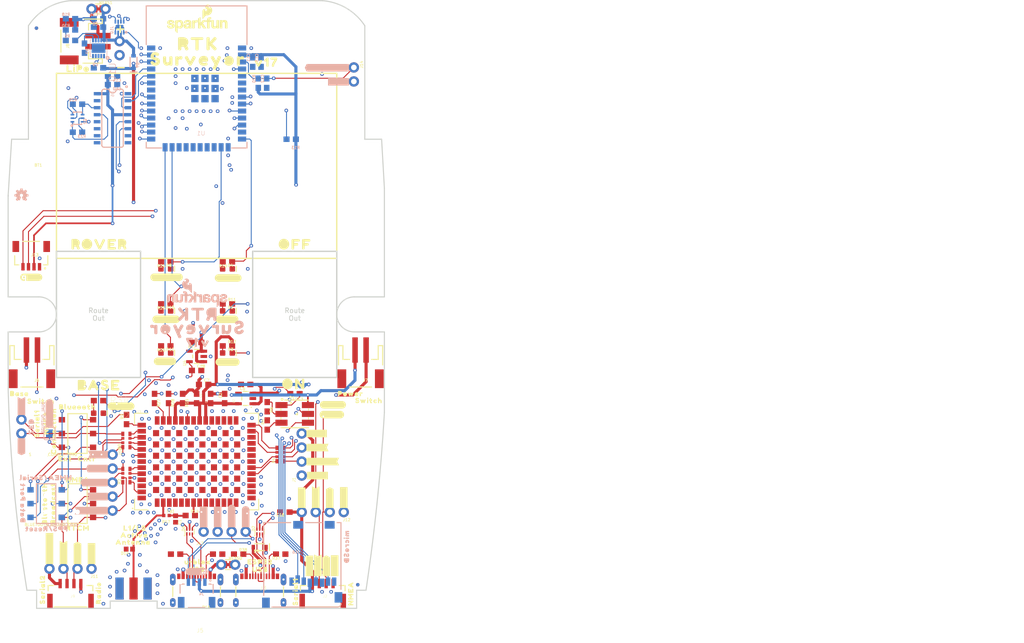
<source format=kicad_pcb>
(kicad_pcb (version 20211014) (generator pcbnew)
  (layers (0 "F.Cu" signal) (1 "In1.Cu" signal) (2 "In2.Cu" signal) (31 "B.Cu" signal) (34 "B.Paste" user) (35 "F.Paste" user) (36 "B.SilkS" user "B.Silkscreen") (37 "F.SilkS" user "F.Silkscreen") (38 "B.Mask" user) (39 "F.Mask" user) (44 "Edge.Cuts" user))
  (net 0 "")
  (net 1 "3.3V")
  (net 2 "GND")
  (net 3 "ESP_22/SCL")
  (net 4 "ESP_21/SDA")
  (net 5 "TXLV")
  (net 6 "RXLV")
  (net 7 "BACKUP")
  (net 8 "ZED_PPS_STAT")
  (net 9 "N$2")
  (net 10 "SDA_LV")
  (net 11 "SCL_LV")
  (net 12 "ZED_~{SAFE}")
  (net 13 "ZED-TXO1")
  (net 14 "5V")
  (net 15 "N$11")
  (net 16 "N$12")
  (net 17 "ZED_RTK_STAT")
  (net 18 "ZED_FENCE_STAT")
  (net 19 "N$1")
  (net 20 "N$13")
  (net 21 "ANT_VCC")
  (net 22 "D+")
  (net 23 "D-")
  (net 24 "ZED-TXO2")
  (net 25 "ZED-RXI2")
  (net 26 "CC1")
  (net 27 "CC2")
  (net 28 "UNP_D+")
  (net 29 "UNP_D-")
  (net 30 "TX2_LV")
  (net 31 "RX2_LV")
  (net 32 "ESP_27/ZED_~{RESET}_LV")
  (net 33 "PPS")
  (net 34 "ZED_~{SAFE}_LV")
  (net 35 "RTK_LV")
  (net 36 "FENCE_LV")
  (net 37 "ESP_26/ZED_TX_READY_LV")
  (net 38 "N$30")
  (net 39 "CHG_LED")
  (net 40 "V_BATT")
  (net 41 "N$26")
  (net 42 "N$27")
  (net 43 "N$29")
  (net 44 "EXTERNAL_SERIAL1_RXI/ZED_~{RESET}")
  (net 45 "EXTERNAL_SERIAL1_TXO/PPS")
  (net 46 "NMEA-RX")
  (net 47 "NMEA-TX")
  (net 48 "ZED-RXI1")
  (net 49 "ESP32_RXI")
  (net 50 "ESP_0/BOOT")
  (net 51 "ESP32_EN")
  (net 52 "ESP32_TXO")
  (net 53 "ESP_26/ZED_TX_READY")
  (net 54 "ESP_12/LED_BLUETOOTH")
  (net 55 "ESP_13/LED_100CM")
  (net 56 "ESP_16/BT_RXI")
  (net 57 "ESP_25/SD_~{CS}")
  (net 58 "ESP_27/ZED_~{RESET}")
  (net 59 "ESP_18/SD_SCK")
  (net 60 "ESP_5/SWITCH_BASE_SELECT")
  (net 61 "ESP_4/LED_BASE_STAT")
  (net 62 "ESP_17/BT_TXO")
  (net 63 "ESP_2/LED_1CM")
  (net 64 "ESP_15/LED_10CM")
  (net 65 "ESP_36/BATT_ALRT")
  (net 66 "ESP32_~{DTR}")
  (net 67 "ESP32_~{RTS}")
  (net 68 "N$24")
  (net 69 "N$25")
  (net 70 "CC3")
  (net 71 "CC4")
  (net 72 "D-1")
  (net 73 "D+1")
  (net 74 "N$32")
  (net 75 "N$3")
  (net 76 "VIN")
  (net 77 "ESP_19/SD_CIPO")
  (net 78 "ESP_23/SD_COPI")
  (net 79 "N$4")
  (net 80 "ESP_33/PWR_LVL_GRN")
  (net 81 "ESP_32/PWR_LVL_RED")
  (net 82 "ESP_D1+")
  (net 83 "ESP_D1-")
  (net 84 "PROG1")
  (net 85 "CHG_THERM1")
  (net 86 "LIPO_RAW")
  (net 87 "N$5")
  (net 88 "ZED_D_SEL_LV")
  (net 89 "ZED_D_SEL")
  (net 90 "EXTERNAL_SERIAL1_TXO")
  (net 91 "EXTERNAL_SERIAL1_RXI")
  (net 92 "N$6")
  (net 93 "N$7")
  (net 94 "N$8")
  (net 95 "GPS_ANT1")
  (net 96 "ESP_I39")
  (net 97 "ESP_I34")
  (net 98 "ESP_I35")
  (net 99 "ESP_14")
  (footprint "boardEagle:JST04_1MM_RA" (layer "F.Cu") (at 118.5926 98.1626 180)
    (fp_text reference "J13")
    (fp_text value "Internal")
  )
  (footprint "boardEagle:1553DBK-ENCLOSURE" (layer "F.Cu") (at 148.5646 106.7986 90)
    (fp_text reference "U$26" hide)
    (fp_text value "" hide)
  )
  (footprint "boardEagle:SWITCH1" (layer "F.Cu") (at 117.1956 122.5466)
    (fp_text reference "U$55" hide)
    (fp_text value "" hide)
  )
  (footprint "boardEagle:OFF1" (layer "F.Cu") (at 162.0266 94.0986)
    (fp_text reference "U$31" hide)
    (fp_text value "" hide)
  )
  (footprint "boardEagle:BROADCAST3" (layer "F.Cu") (at 122.5296 145.5336 90)
    (fp_text reference "U$51" hide)
    (fp_text value "" hide)
  )
  (footprint "boardEagle:LIGHT_PIPE_3MM" (layer "F.Cu") (at 154.1646 98.4986)
    (fp_text reference "U$76" hide)
    (fp_text value "" hide)
  )
  (footprint "boardEagle:CNTR1" (layer "F.Cu") (at 126.3396 132.9606)
    (fp_text reference "U$59" hide)
    (fp_text value "" hide)
  )
  (footprint "boardEagle:LED-0603" (layer "F.Cu") (at 142.9766 113.7836)
    (fp_text reference "D11")
    (fp_text value "GREEN")
  )
  (footprint "boardEagle:#TX1#1" (layer "F.Cu") (at 170.5356 154.5666 90)
    (fp_text reference "U$46" hide)
    (fp_text value "" hide)
  )
  (footprint "boardEagle:NMEA1" (layer "F.Cu") (at 124.1806 136.7706)
    (fp_text reference "U$52" hide)
    (fp_text value "" hide)
  )
  (footprint "boardEagle:0603" (layer "F.Cu") (at 147.4216 143.2476)
    (fp_text reference "R14")
    (fp_text value "10")
  )
  (footprint "boardEagle:LIGHT_PIPE_3MM" (layer "F.Cu") (at 154.1646 113.6986)
    (fp_text reference "U$69" hide)
    (fp_text value "" hide)
  )
  (footprint "boardEagle:#3V3#0" (layer "F.Cu") (at 167.6146 142.2156 90)
    (fp_text reference "U$5" hide)
    (fp_text value "" hide)
  )
  (footprint "boardEagle:ON0" (layer "F.Cu") (at 162.6616 119.4256)
    (fp_text reference "U$42" hide)
    (fp_text value "" hide)
  )
  (footprint "boardEagle:0603" (layer "F.Cu") (at 130.7846 122.4196 180)
    (fp_text reference "R34")
    (fp_text value "330")
  )
  (footprint "boardEagle:SOT886" (layer "F.Cu") (at 159.9946 146.1686 90)
    (fp_text reference "D2")
    (fp_text value "PRTR5V0U2F")
  )
  (footprint "boardEagle:1X02_NO_SILK" (layer "F.Cu") (at 116.8146 125.8486 -90)
    (fp_text reference "J15")
    (fp_text value "")
  )
  (footprint "boardEagle:0603" (layer "F.Cu") (at 146.0246 122.0386 -90)
    (fp_text reference "R15")
    (fp_text value "100k")
  )
  (footprint "boardEagle:#GND#0" (layer "F.Cu") (at 175.2346 142.2156 90)
    (fp_text reference "U$82" hide)
    (fp_text value "" hide)
  )
  (footprint "boardEagle:0603" (layer "F.Cu") (at 166.3906 121.1686 180)
    (fp_text reference "R1")
    (fp_text value "4.7k")
  )
  (footprint "boardEagle:#10CM#1" (layer "F.Cu") (at 140.5636 107.6876)
    (fp_text reference "U$80" hide)
    (fp_text value "" hide)
  )
  (footprint "boardEagle:SOT886" (layer "F.Cu") (at 147.2946 146.1686 90)
    (fp_text reference "D6")
    (fp_text value "PRTR5V0U2F")
  )
  (footprint "boardEagle:SERIAL10" (layer "F.Cu") (at 119.6086 129.7856 90)
    (fp_text reference "U$63" hide)
    (fp_text value "" hide)
  )
  (footprint "boardEagle:#GND#0" (layer "F.Cu") (at 173.5836 154.5666 90)
    (fp_text reference "U$48" hide)
    (fp_text value "" hide)
  )
  (footprint "boardEagle:JST-4-SMD-1.25MM-LOCKING" (layer "F.Cu") (at 171.4246 158.8846)
    (fp_text reference "J2")
    (fp_text value "")
  )
  (footprint "boardEagle:#FENCE#3" (layer "F.Cu") (at 168.1226 133.4686)
    (fp_text reference "U$32" hide)
    (fp_text value "" hide)
  )
  (footprint "boardEagle:ESP320" (layer "F.Cu") (at 157.0736 151.6456)
    (fp_text reference "U$67" hide)
    (fp_text value "" hide)
  )
  (footprint "boardEagle:#RTK#1" (layer "F.Cu") (at 168.1226 130.9286)
    (fp_text reference "U$10" hide)
    (fp_text value "" hide)
  )
  (footprint "boardEagle:0402" (layer "F.Cu") (at 144.7546 143.8826 -90)
    (fp_text reference "C1")
    (fp_text value "47pF")
  )
  (footprint "boardEagle:LIGHT_PIPE_3MM" (layer "F.Cu") (at 154.1646 106.0986)
    (fp_text reference "U$75" hide)
    (fp_text value "" hide)
  )
  (footprint "boardEagle:0603" (layer "F.Cu") (at 148.5646 116.9586)
    (fp_text reference "C18")
    (fp_text value "1.0uF")
  )
  (footprint "boardEagle:LED-0603" (layer "F.Cu") (at 130.7846 124.7056)
    (fp_text reference "D12")
    (fp_text value "RED")
  )
  (footprint "boardEagle:#RX2#2" (layer "F.Cu") (at 126.9746 152.3756 90)
    (fp_text reference "U$39" hide)
    (fp_text value "" hide)
  )
  (footprint "boardEagle:0603" (layer "F.Cu") (at 161.3646 123.5386 -90)
    (fp_text reference "R8")
    (fp_text value "1k")
  )
  (footprint "boardEagle:SOT23-5" (layer "F.Cu") (at 157.4546 122.0386 90)
    (fp_text reference "U2")
    (fp_text value "3.3V")
  )
  (footprint "boardEagle:SWITCH_DPDT_SMD_AYZ0202" (layer "F.Cu") (at 126.9746 141.0886 90)
    (fp_text reference "BLUETOOTH_BROADCAST0")
    (fp_text value "")
  )
  (footprint "boardEagle:1X05_NO_SILK" (layer "F.Cu") (at 133.3246 132.1986 -90)
    (fp_text reference "J18")
    (fp_text value "")
  )
  (footprint "boardEagle:LED-0603" (layer "F.Cu") (at 154.1526 106.1636)
    (fp_text reference "D1")
    (fp_text value "Yellow")
  )
  (footprint "boardEagle:ROVER3" (layer "F.Cu") (at 124.4346 94.0986)
    (fp_text reference "U$44" hide)
    (fp_text value "" hide)
  )
  (footprint "boardEagle:LED-0603" (layer "F.Cu") (at 154.1526 98.5436)
    (fp_text reference "D4")
    (fp_text value "BLUE")
  )
  (footprint "boardEagle:0603" (layer "F.Cu") (at 142.9766 104.8936 180)
    (fp_text reference "R25")
    (fp_text value "20")
  )
  (footprint "boardEagle:0603" (layer "F.Cu") (at 151.1046 122.0386 90)
    (fp_text reference "C4")
    (fp_text value "1.0uF")
  )
  (footprint "boardEagle:LIGHT_PIPE_3MM" (layer "F.Cu") (at 142.9646 113.6986)
    (fp_text reference "U$21" hide)
    (fp_text value "" hide)
  )
  (footprint "boardEagle:U#BLOX0" (layer "F.Cu") (at 145.6436 151.6456)
    (fp_text reference "U$35" hide)
    (fp_text value "" hide)
  )
  (footprint "boardEagle:RADIO0" (layer "F.Cu") (at 130.7846 159.9956 90)
    (fp_text reference "U$50" hide)
    (fp_text value "" hide)
  )
  (footprint "boardEagle:#3#5#5V#0" (layer "F.Cu") (at 121.8946 152.3756 90)
    (fp_text reference "U$23" hide)
    (fp_text value "" hide)
  )
  (footprint "boardEagle:COMBO-JUMPER_2_NC_TRACE" (layer "F.Cu") (at 154.2796 152.1536)
    (fp_text reference "MEAS0")
    (fp_text value "")
  )
  (footprint "boardEagle:0603" (layer "F.Cu") (at 149.8346 119.4986)
    (fp_text reference "C7")
    (fp_text value "0.1uF")
  )
  (footprint "boardEagle:JST-4-SMD-1.25MM-LOCKING" (layer "F.Cu") (at 125.7046 158.8846)
    (fp_text reference "J9")
    (fp_text value "")
  )
  (footprint "boardEagle:0603" (layer "F.Cu") (at 135.8646 125.8486 90)
    (fp_text reference "R3")
    (fp_text value "33")
  )
  (footprint "boardEagle:0603" (layer "F.Cu") (at 153.6446 122.0386 90)
    (fp_text reference "C2")
    (fp_text value "1.0uF")
  )
  (footprint "boardEagle:0603" (layer "F.Cu") (at 163.8046 150.2486 180)
    (fp_text reference "R37")
    (fp_text value "5.1k")
  )
  (footprint "boardEagle:#3V3#0" (layer "F.Cu") (at 168.1226 128.3886)
    (fp_text reference "U$37" hide)
    (fp_text value "" hide)
  )
  (footprint "boardEagle:0603" (layer "F.Cu") (at 140.9446 122.0386 -90)
    (fp_text reference "R27")
    (fp_text value "27")
  )
  (footprint "boardEagle:#PAIR#0" (layer "F.Cu") (at 151.8666 100.1946)
    (fp_text reference "U$20" hide)
    (fp_text value "" hide)
  )
  (footprint "boardEagle:USB1" (layer "F.Cu") (at 157.9626 153.0426)
    (fp_text reference "U$66" hide)
    (fp_text value "" hide)
  )
  (footprint "boardEagle:#CHG#0" (layer "F.Cu") (at 173.0756 124.9596)
    (fp_text reference "U$8" hide)
    (fp_text value "" hide)
  )
  (footprint "boardEagle:SOT23-5" (layer "F.Cu") (at 148.5646 114.4186 90)
    (fp_text reference "U4")
    (fp_text value "3.3V")
  )
  (footprint "boardEagle:NMEA1" (layer "F.Cu") (at 176.5046 160.2496 90)
    (fp_text reference "U$49" hide)
    (fp_text value "" hide)
  )
  (footprint "boardEagle:0603" (layer "F.Cu") (at 154.1526 104.8936)
    (fp_text reference "R11")
    (fp_text value "20")
  )
  (footprint "boardEagle:ACTIVE0" (layer "F.Cu") (at 134.0866 146.8036)
    (fp_text reference "U$18" hide)
    (fp_text value "" hide)
  )
  (footprint "boardEagle:#1CM#0" (layer "F.Cu") (at 140.8176 115.3076)
    (fp_text reference "U$79" hide)
    (fp_text value "" hide)
  )
  (footprint "boardEagle:COMBO-JUMPER_2_NC_TRACE" (layer "F.Cu") (at 130.7846 51.4266)
    (fp_text reference "MEAS1")
    (fp_text value "")
  )
  (footprint "boardEagle:1X02_NO_SILK" (layer "F.Cu") (at 177.0646 62.0386 -90)
    (fp_text reference "J14")
    (fp_text value "")
  )
  (footprint "boardEagle:BASE0" (layer "F.Cu") (at 114.0206 121.1496)
    (fp_text reference "U$54" hide)
    (fp_text value "" hide)
  )
  (footprint "boardEagle:SWITCH_DPDT_SMD_AYZ0202" (layer "F.Cu") (at 126.9746 128.3886 90)
    (fp_text reference "SERIAL1_CONNECTION0")
    (fp_text value "")
  )
  (footprint "boardEagle:#GND#0" (layer "F.Cu") (at 129.5146 152.3756 90)
    (fp_text reference "U$38" hide)
    (fp_text value "" hide)
  )
  (footprint "boardEagle:#BASE#0" (layer "F.Cu") (at 132.4356 123.4356)
    (fp_text reference "U$4" hide)
    (fp_text value "" hide)
  )
  (footprint "boardEagle:SERIAL20" (layer "F.Cu") (at 120.6246 159.9956 90)
    (fp_text reference "U$43" hide)
    (fp_text value "" hide)
  )
  (footprint "boardEagle:SOD-323" (layer "F.Cu") (at 159.9946 148.9786 180)
    (fp_text reference "D9")
    (fp_text value "3A/10V/280mV")
  )
  (footprint "boardEagle:ORDERING_INSTRUCTIONS" (layer "F.Cu") (at 196.8246 78.8586)
    (fp_text reference "U$2" hide)
    (fp_text value "SPECIAL_INSTRUCTIONS-ORDERING" hide)
  )
  (footprint "boardEagle:1206_RA" (layer "F.Cu") (at 163.8046 132.1986 90)
    (fp_text reference "R4")
    (fp_text value "33")
  )
  (footprint "boardEagle:#RX1#2" (layer "F.Cu") (at 172.0596 154.5666 90)
    (fp_text reference "U$45" hide)
    (fp_text value "" hide)
  )
  (footprint "boardEagle:1X04_NO_SILK" (layer "F.Cu") (at 167.6146 136.0086 90)
    (fp_text reference "J1")
    (fp_text value "")
  )
  (footprint "boardEagle:1X04_NO_SILK" (layer "F.Cu") (at 129.5146 152.8836 180)
    (fp_text reference "J11")
    (fp_text value "")
  )
  (footprint "boardEagle:CONNECTION1" (layer "F.Cu") (at 122.6566 132.8336 90)
    (fp_text reference "U$64" hide)
    (fp_text value "" hide)
  )
  (footprint "boardEagle:DUMMY" (layer "F.Cu") (at 205.7146 153.7886)
    (fp_text reference "FRAME1" hide)
    (fp_text value "FRAME-LETTERNO_PACKAGE" hide)
  )
  (footprint "boardEagle:LIGHT_PIPE_3MM" (layer "F.Cu") (at 166.3396 124.8486)
    (fp_text reference "U$13" hide)
    (fp_text value "" hide)
  )
  (footprint "boardEagle:LIPO0" (layer "F.Cu") (at 127.1016 62.2216)
    (fp_text reference "U$27" hide)
    (fp_text value "" hide)
  )
  (footprint "boardEagle:0603" (layer "F.Cu") (at 142.9766 112.5136 180)
    (fp_text reference "R26")
    (fp_text value "20")
  )
  (footprint "boardEagle:1206_RA" (layer "F.Cu") (at 135.8646 136.0086 90)
    (fp_text reference "R2")
    (fp_text value "33")
  )
  (footprint "boardEagle:LIGHT_PIPE_3MM" (layer "F.Cu") (at 142.9646 106.0986)
    (fp_text reference "U$78" hide)
    (fp_text value "" hide)
  )
  (footprint "boardEagle:0402-TIGHT" (layer "F.Cu") (at 143.1036 143.2476)
    (fp_text reference "FB1")
    (fp_text value "2.66Ω" hide)
  )
  (footprint "boardEagle:SWITCH1" (layer "F.Cu") (at 176.6316 122.4196)
    (fp_text reference "U$57" hide)
    (fp_text value "" hide)
  )
  (footprint "boardEagle:#3V3#0" (layer "F.Cu") (at 169.0116 154.5666 90)
    (fp_text reference "U$47" hide)
    (fp_text value "" hide)
  )
  (footprint "boardEagle:USB-C-16P_4LAYER-PADS" (layer "F.Cu") (at 148.5646 153.9316)
    (fp_text reference "J5")
    (fp_text value "USB Female Type C Connector" hide)
  )
  (footprint "boardEagle:SERIAL10" (layer "F.Cu") (at 166.4716 160.2496 90)
    (fp_text reference "U$29" hide)
    (fp_text value "" hide)
  )
  (footprint "boardEagle:ANTENNA0" (layer "F.Cu") (at 133.1976 148.0736)
    (fp_text reference "U$6" hide)
    (fp_text value "" hide)
  )
  (footprint "boardEagle:L1#L21" (layer "F.Cu") (at 134.5946 145.5336)
    (fp_text reference "U$19" hide)
    (fp_text value "" hide)
  )
  (footprint "boardEagle:#RTK#0" (layer "F.Cu") (at 151.9936 115.4346)
    (fp_text reference "U$12" hide)
    (fp_text value "" hide)
  )
  (footprint "boardEagle:0603" (layer "F.Cu") (at 156.1846 150.2486)
    (fp_text reference "R38")
    (fp_text value "5.1k")
  )
  (footprint "boardEagle:BASE2" (layer "F.Cu") (at 125.5776 119.6256)
    (fp_text reference "U$22" hide)
    (fp_text value "" hide)
  )
  (footprint "boardEagle:FIDUCIAL-MICRO" (layer "F.Cu") (at 119.5346 54.9086)
    (fp_text reference "JP61" hide)
    (fp_text value "FIDUCIALUFIDUCIAL" hide)
  )
  (footprint "boardEagle:0603" (layer "F.Cu") (at 148.5646 111.8786 180)
    (fp_text reference "C17")
    (fp_text value "1.0uF")
  )
  (footprint "boardEagle:0603" (layer "F.Cu") (at 144.7546 150.2486)
    (fp_text reference "R17")
    (fp_text value "5.1k")
  )
  (footprint "boardEagle:ROCKER_SWITCH" (layer "F.Cu") (at 130.7846 106.7986 90)
    (fp_text reference "U$3" hide)
    (fp_text value "" hide)
  )
  (footprint "boardEagle:0603" (layer "F.Cu") (at 154.1526 112.5136)
    (fp_text reference "R12")
    (fp_text value "330")
  )
  (footprint "boardEagle:USB1" (layer "F.Cu") (at 146.5326 153.0426)
    (fp_text reference "U$36" hide)
    (fp_text value "" hide)
  )
  (footprint "boardEagle:NMEA2" (layer "F.Cu") (at 121.2596 129.2776 90)
    (fp_text reference "U$62" hide)
    (fp_text value "" hide)
  )
  (footprint "boardEagle:#PWR#2" (layer "F.Cu") (at 170.9166 123.1816)
    (fp_text reference "U$25" hide)
    (fp_text value "" hide)
  )
  (footprint "boardEagle:USB-C-16P_4LAYER-PADS" (layer "F.Cu") (at 159.9946 153.9316)
    (fp_text reference "J3")
    (fp_text value "USB Female Type C Connector" hide)
  )
  (footprint "boardEagle:#100CM#2" (layer "F.Cu") (at 140.1826 100.0676)
    (fp_text reference "U$81" hide)
    (fp_text value "" hide)
  )
  (footprint "boardEagle:ZED-F9P" (layer "F.Cu") (at 148.5646 133.4686)
    (fp_text reference "U3")
    (fp_text value "U-BLOX_ZED-F9P")
  )
  (footprint "boardEagle:JST-2-SMD" (layer "F.Cu") (at 178.2826 116.9586 180)
    (fp_text reference "J7")
    (fp_text value "Power Switch")
  )
  (footprint "boardEagle:1206_RA" (layer "F.Cu") (at 135.8646 129.6586 90)
    (fp_text reference "R9")
    (fp_text value "33")
  )
  (footprint "boardEagle:0603" (layer "F.Cu") (at 157.4546 119.4986 180)
    (fp_text reference "C6")
    (fp_text value "1.0uF")
  )
  (footprint "boardEagle:JST-2-SMD" (layer "F.Cu") (at 118.7196 116.9586 180)
    (fp_text reference "J6")
    (fp_text value "Start Base")
  )
  (footprint "boardEagle:0603" (layer "F.Cu") (at 143.4846 122.0386 -90)
    (fp_text reference "R28")
    (fp_text value "27")
  )
  (footprint "boardEagle:LED-0603" (layer "F.Cu") (at 142.9766 98.5436)
    (fp_text reference "D8")
    (fp_text value "GREEN")
  )
  (footprint "boardEagle:BLUETOOTH2" (layer "F.Cu") (at 121.0056 145.5336 90)
    (fp_text reference "U$41" hide)
    (fp_text value "" hide)
  )
  (footprint "boardEagle:LIGHT_PIPE_3MM" (layer "F.Cu") (at 130.7896 124.8236)
    (fp_text reference "U$15" hide)
    (fp_text value "" hide)
  )
  (footprint "boardEagle:LIPO-1000" (layer "F.Cu") (at 148.5646 79.4936 90)
    (fp_text reference "BT1")
    (fp_text value "LIPO-OUTLINE1000")
  )
  (footprint "boardEagle:#GND#0" (layer "F.Cu") (at 168.2496 136.0086)
    (fp_text reference "U$1" hide)
    (fp_text value "" hide)
  )
  (footprint "boardEagle:0603" (layer "F.Cu") (at 161.3646 126.8386 90)
    (fp_text reference "R6")
    (fp_text value "1k")
  )
  (footprint "boardEagle:0603" (layer "F.Cu") (at 164.5666 142.6286 180)
    (fp_text reference "C16")
    (fp_text value "0.1uF")
  )
  (footprint "boardEagle:0603" (layer "F.Cu") (at 152.3746 150.2486 180)
    (fp_text reference "R16")
    (fp_text value "5.1k")
  )
  (footprint "boardEagle:RTCM0" (layer "F.Cu") (at 124.1806 145.5336)
    (fp_text reference "U$53" hide)
    (fp_text value "" hide)
  )
  (footprint "boardEagle:_SURVEYOR3" (layer "F.Cu") (at 137.5646 60.5386)
    (fp_text reference "U$71" hide)
    (fp_text value "" hide)
  )
  (footprint "boardEagle:LED-0603" (layer "F.Cu") (at 142.9766 106.1636)
    (fp_text reference "D10")
    (fp_text value "GREEN")
  )
  (footprint "boardEagle:SMA-EDGE" (layer "F.Cu") (at 137.1346 156.4826 180)
    (fp_text reference "E1" hide)
    (fp_text value "SMA" hide)
  )
  (footprint "boardEagle:FIDUCIAL-MICRO" (layer "F.Cu") (at 177.7746 155.7886)
    (fp_text reference "JP21" hide)
    (fp_text value "FIDUCIALUFIDUCIAL" hide)
  )
  (footprint "boardEagle:#PPS#1" (layer "F.Cu") (at 151.9936 107.6876)
    (fp_text reference "U$24" hide)
    (fp_text value "" hide)
  )
  (footprint "boardEagle:LIGHT_PIPE_3MM" (layer "F.Cu") (at 142.9646 98.4986)
    (fp_text reference "U$77" hide)
    (fp_text value "" hide)
  )
  (footprint "boardEagle:JST-2-SMD" (layer "F.Cu") (at 126.9746 57.2686 90)
    (fp_text reference "J8")
    (fp_text value "")
  )
  (footprint "boardEagle:CREATIVE_COMMONS" (layer "F.Cu") (at 205.7146 153.7886)
    (fp_text reference "FRAME2" hide)
    (fp_text value "FRAME-LEDGER" hide)
  )
  (footprint "boardEagle:#TX1#1" (layer "F.Cu") (at 170.1546 142.2156 90)
    (fp_text reference "U$65" hide)
    (fp_text value "" hide)
  )
  (footprint "boardEagle:1X04_NO_SILK" (layer "F.Cu") (at 175.2346 142.6286 180)
    (fp_text reference "J12")
    (fp_text value "")
  )
  (footprint "boardEagle:QWIIC_4MM" (layer "F.Cu") (at 118.5926 100.0836)
    (fp_text reference "U$93" hide)
    (fp_text value "" hide)
  )
  (footprint "boardEagle:EXT0" (layer "F.Cu") (at 122.7836 132.9606)
    (fp_text reference "U$61" hide)
    (fp_text value "" hide)
  )
  (footprint "boardEagle:LED-0603" (layer "F.Cu") (at 154.1526 113.7836)
    (fp_text reference "D3")
    (fp_text value "WHITE")
  )
  (footprint "boardEagle:V170" (layer "F.Cu") (at 161.2646 61.0786)
    (fp_text reference "U$94" hide)
    (fp_text value "" hide)
  )
  (footprint "boardEagle:SFE_LOGO_NAME_FLAME_.1" (layer "F.Cu") (at 148.7646 54.3386)
    (fp_text reference "LOGO3" hide)
    (fp_text value "SFE_LOGO_NAME_FLAME.1_INCH" hide)
  )
  (footprint "boardEagle:0603" (layer "F.Cu") (at 142.9766 97.2736 180)
    (fp_text reference "R24")
    (fp_text value "20")
  )
  (footprint "boardEagle:0603" (layer "F.Cu") (at 148.5646 122.0386 -90)
    (fp_text reference "C5")
    (fp_text value "0.1uF")
  )
  (footprint "boardEagle:ROCKER_SWITCH" (layer "F.Cu") (at 166.3446 106.7986 90)
    (fp_text reference "U$34" hide)
    (fp_text value "" hide)
  )
  (footprint "boardEagle:0402" (layer "F.Cu") (at 136.3726 149.3436 180)
    (fp_text reference "D14")
    (fp_text value "PESD0402")
  )
  (footprint "boardEagle:POWER0" (layer "F.Cu") (at 173.4566 121.1496)
    (fp_text reference "U$56" hide)
    (fp_text value "" hide)
  )
  (footprint "boardEagle:BLUEOOTH3" (layer "F.Cu") (at 122.9106 123.5626)
    (fp_text reference "U$58" hide)
    (fp_text value "" hide)
  )
  (footprint "boardEagle:LED-TRICOLOR-5050" (layer "F.Cu") (at 166.3446 124.8326)
    (fp_text reference "D13")
    (fp_text value "")
  )
  (footprint "boardEagle:0603" (layer "F.Cu") (at 154.1526 97.2736 180)
    (fp_text reference "R10")
    (fp_text value "330")
  )
  (footprint "boardEagle:#RX1#2" (layer "F.Cu") (at 172.6946 142.2156 90)
    (fp_text reference "U$68" hide)
    (fp_text value "" hide)
  )
  (footprint "boardEagle:RTK0" (layer "F.Cu") (at 148.8186 57.7766)
    (fp_text reference "U$74" hide)
    (fp_text value "" hide)
  )
  (footprint "boardEagle:#TX2#1" (layer "F.Cu") (at 124.4346 152.3756 90)
    (fp_text reference "U$40" hide)
    (fp_text value "" hide)
  )
  (footprint "boardEagle:1X04_NO_SILK" (layer "F.Cu") (at 149.8346 146.1686)
    (fp_text reference "J17")
    (fp_text value "Qwiic Right Angle" hide)
  )
  (footprint "boardEagle:OSHW-LOGO-MINI" (layer "B.Cu") (at 116.8146 85.2086 180)
    (fp_text reference "LOGO1" hide)
    (fp_text value "OSHW-LOGOMINI" hide)
  )
  (footprint "boardEagle:#RX#2" (layer "B.Cu") (at 116.8146 128.8966 -90)
    (fp_text reference "U$14" hide)
    (fp_text value "" hide)
  )
  (footprint "boardEagle:JST04_1MM_RA" (layer "B.Cu") (at 148.5646 155.3286 180)
    (fp_text reference "J4")
    (fp_text value "Qwiic Right Angle" hide)
  )
  (footprint "boardEagle:0603" (layer "B.Cu") (at 130.7846 53.2046 180)
    (fp_text reference "C15")
    (fp_text value "0.1uF")
  )
  (footprint "boardEagle:##RST##4" (layer "B.Cu") (at 132.8166 134.7386 180)
    (fp_text reference "U$28" hide)
    (fp_text value "" hide)
  )
  (footprint "boardEagle:#ESP_RST#0" (layer "B.Cu") (at 176.5046 62.0946 180)
    (fp_text reference "U$60" hide)
    (fp_text value "" hide)
  )
  (footprint "boardEagle:#TX#1" (layer "B.Cu") (at 116.8146 121.7846 -90)
    (fp_text reference "U$72" hide)
    (fp_text value "" hide)
  )
  (footprint "boardEagle:#PPS#0" (layer "B.Cu") (at 132.8166 139.8186 180)
    (fp_text reference "U$11" hide)
    (fp_text value "" hide)
  )
  (footprint "boardEagle:ZED0" (layer "B.Cu") (at 118.5926 129.2776 90)
    (fp_text reference "U$16" hide)
    (fp_text value "" hide)
  )
  (footprint "boardEagle:SO016" (layer "B.Cu") (at 133.3246 71.2386 -90)
    (fp_text reference "U6")
    (fp_text value "CH340C")
  )
  (footprint "boardEagle:RTK0" (layer "B.Cu") (at 148.5646 106.7986 180)
    (fp_text reference "U$7" hide)
    (fp_text value "" hide)
  )
  (footprint "boardEagle:#DUAL#0" (layer "B.Cu") (at 121.8946 122.1656 -90)
    (fp_text reference "U$73" hide)
    (fp_text value "" hide)
  )
  (footprint "boardEagle:0603" (layer "B.Cu") (at 126.9746 68.6986 180)
    (fp_text reference "R29")
    (fp_text value "10k")
  )
  (footprint "boardEagle:NMEA#SERIAL1" (layer "B.Cu") (at 121.1326 136.3896 180)
    (fp_text reference "U$92" hide)
    (fp_text value "" hide)
  )
  (footprint "boardEagle:#GND#2" (layer "B.Cu") (at 149.8346 143.5016 -90)
    (fp_text reference "U$70" hide)
    (fp_text value "" hide)
  )
  (footprint "boardEagle:0603" (layer "B.Cu") (at 128.2446 58.5386 90)
    (fp_text reference "R7")
    (fp_text value "1k")
  )
  (footprint "boardEagle:0603" (layer "B.Cu") (at 130.7846 54.7286 180)
    (fp_text reference "C8")
    (fp_text value "4.7uF")
  )
  (footprint "boardEagle:SFE_LOGO_NAME_FLAME_.1" (layer "B.Cu") (at 148.5646 104.0046 180)
    (fp_text reference "LOGO2" hide)
    (fp_text value "SFE_LOGO_NAME_FLAME.1_INCH" hide)
  )
  (footprint "boardEagle:0603" (layer "B.Cu") (at 133.3246 63.6186)
    (fp_text reference "C14")
    (fp_text value "10uF")
  )
  (footprint "boardEagle:0603" (layer "B.Cu") (at 130.7846 62.0946 180)
    (fp_text reference "C9")
    (fp_text value "4.7uF")
  )
  (footprint "boardEagle:0603" (layer "B.Cu") (at 160.2486 61.0786 -90)
    (fp_text reference "C13")
    (fp_text value "0.1uF")
  )
  (footprint "boardEagle:#GND#1" (layer "B.Cu") (at 176.5046 64.6346 180)
    (fp_text reference "U$84" hide)
    (fp_text value "" hide)
  )
  (footprint "boardEagle:#INT#0" (layer "B.Cu") (at 132.8166 132.1986 180)
    (fp_text reference "U$33" hide)
    (fp_text value "" hide)
  )
  (footprint "boardEagle:##SAFE##5" (layer "B.Cu") (at 132.8166 137.2786 180)
    (fp_text reference "U$17" hide)
    (fp_text value "" hide)
  )
  (footprint "boardEagle:#SDA#0" (layer "B.Cu") (at 154.9146 143.5016 -90)
    (fp_text reference "U$87" hide)
    (fp_text value "" hide)
  )
  (footprint "boardEagle:_SURVEYOR3" (layer "B.Cu") (at 159.7406 109.2116 180)
    (fp_text reference "U$9" hide)
    (fp_text value "" hide)
  )
  (footprint "boardEagle:FIDUCIAL-MICRO" (layer "B.Cu") (at 119.5346 54.9086 180)
    (fp_text reference "JP81" hide)
    (fp_text value "FIDUCIALUFIDUCIAL" hide)
  )
  (footprint "boardEagle:DATA2" (layer "B.Cu") (at 117.0686 142.7396 90)
    (fp_text reference "U$89" hide)
    (fp_text value "" hide)
  )
  (footprint "boardEagle:0603" (layer "B.Cu") (at 125.7046 55.2366 180)
    (fp_text reference "R30")
    (fp_text value "150k")
  )
  (footprint "boardEagle:PORT3" (layer "B.Cu") (at 117.0686 138.9296 90)
    (fp_text reference "U$90" hide)
    (fp_text value "" hide)
  )
  (footprint "boardEagle:SWITCH_DPDT_SMD_AYZ0202" (layer "B.Cu") (at 121.285 141.0886 90)
    (fp_text reference "ZED_CONTROL0")
    (fp_text value "")
  )
  (footprint "boardEagle:#D_SEL#0" (layer "B.Cu") (at 129.6416 142.3586 180)
    (fp_text reference "U$88" hide)
    (fp_text value "" hide)
  )
  (footprint "boardEagle:0603" (layer "B.Cu") (at 161.2646 64.8886 -90)
    (fp_text reference "C12")
    (fp_text value "0.1uF")
  )
  (footprint "boardEagle:#SCL#1" (layer "B.Cu") (at 157.4546 143.6286 -90)
    (fp_text reference "U$86" hide)
    (fp_text value "" hide)
  )
  (footprint "boardEagle:0603" (layer "B.Cu") (at 126.9746 73.7786)
    (fp_text reference "R23")
    (fp_text value "10k")
  )
  (footprint "boardEagle:QWIIC_4MM" (layer "B.Cu") (at 148.5646 153.4236 180)
    (fp_text reference "U$30" hide)
    (fp_text value "" hide)
  )
  (footprint "boardEagle:MICROSD0" (layer "B.Cu") (at 175.7426 145.3116 -90)
    (fp_text reference "U$83" hide)
    (fp_text value "" hide)
  )
  (footprint "boardEagle:0603" (layer "B.Cu") (at 159.7406 64.8886 -90)
    (fp_text reference "R20")
    (fp_text value "10k")
  )
  (footprint "boardEagle:SOD-323" (layer "B.Cu") (at 137.1346 61.0786 90)
    (fp_text reference "D7")
    (fp_text value "3A/10V/280mV")
  )
  (footprint "boardEagle:1X02_NO_SILK" (layer "B.Cu") (at 134.5946 57.2686 -90)
    (fp_text reference "J10")
    (fp_text value "")
  )
  (footprint "boardEagle:0603" (layer "B.Cu") (at 125.7046 57.1416 180)
    (fp_text reference "R5")
    (fp_text value "0")
  )
  (footprint "boardEagle:#3V3#2" (layer "B.Cu") (at 152.3746 143.5016 -90)
    (fp_text reference "U$85" hide)
    (fp_text value "" hide)
  )
  (footprint "boardEagle:DFN-10" (layer "B.Cu") (at 130.7846 58.5386 90)
    (fp_text reference "U10")
    (fp_text value "MCP73833")
  )
  (footprint "boardEagle:V170" (layer "B.Cu") (at 148.5646 111.8786 180)
    (fp_text reference "U$95" hide)
    (fp_text value "" hide)
  )
  (footprint "boardEagle:0603" (layer "B.Cu") (at 125.7046 53.2046 180)
    (fp_text reference "R18")
    (fp_text value "10k")
  )
  (footprint "boardEagle:PPS#RESET0" (layer "B.Cu") (at 121.2596 145.6606 180)
    (fp_text reference "U$91" hide)
    (fp_text value "" hide)
  )
  (footprint "boardEagle:DFN-8" (layer "B.Cu") (at 134.5946 54.7286 180)
    (fp_text reference "U7")
    (fp_text value "MAX17048")
  )
  (footprint "boardEagle:FIDUCIAL-MICRO" (layer "B.Cu") (at 177.7746 155.7886 180)
    (fp_text reference "JP71" hide)
    (fp_text value "FIDUCIALUFIDUCIAL" hide)
  )
  (footprint "boardEagle:ESP-WROOM-32D-NARROW" (layer "B.Cu") (at 148.5646 64.9386 90)
    (fp_text reference "U1")
    (fp_text value "ESP-WROOM-3232D-NARROW")
  )
  (footprint "boardEagle:0603" (layer "B.Cu") (at 158.7246 61.0786 -90)
    (fp_text reference "C11")
    (fp_text value "0.1uF")
  )
  (footprint "boardEagle:MICRO-SD-SOCKET" (layer "B.Cu") (at 174.7266 144.5336)
    (fp_text reference "J16")
    (fp_text value "microSD")
  )
  (footprint "boardEagle:0603" (layer "B.Cu") (at 165.7096 75.0486)
    (fp_text reference "R13")
    (fp_text value "100k")
  )
  (footprint "boardEagle:SMT-JUMPER_2_NO_SILK" (layer "B.Cu") (at 121.8946 128.3886 -90)
    (fp_text reference "DUAL_OUTPUT0")
    (fp_text value "")
  )
  (footprint "boardEagle:0603" (layer "B.Cu") (at 133.3246 65.1426)
    (fp_text reference "C10")
    (fp_text value "10uF")
  )
  (footprint "boardEagle:SC70-6" (layer "B.Cu") (at 126.9746 71.2386 90)
    (fp_text reference "Q2")
    (fp_text value "MBT3904DW1T1")
  )
  (gr_line (start 173.9646 63.1106) (end 173.9646 96.6386) (layer "F.SilkS") (width 0.254))
  (gr_line (start 173.9646 96.6386) (end 123.1646 96.6386) (layer "F.SilkS") (width 0.254))
  (gr_line (start 123.1646 96.6386) (end 123.1646 63.1106) (layer "F.SilkS") (width 0.254))
  (gr_line (start 123.1646 63.1106) (end 173.9646 63.1106) (layer "F.SilkS") (width 0.254))
  (gr_line (start 114.4016 120.0066) (end 114.4016 109.9736) (layer "Edge.Cuts") (width 0.2032))
  (gr_line (start 119.5646 156.7986) (end 117.8146 156.7986) (layer "Edge.Cuts") (width 0.2032))
  (gr_line (start 141.4126 160.0736) (end 177.5646 160.0736) (layer "Edge.Cuts") (width 0.2032))
  (gr_line (start 141.4126 160.0736) (end 141.4126 158.7576) (layer "Edge.Cuts") (width 0.2032))
  (gr_line (start 118.0846 75.0486) (end 118.0846 54.4746) (layer "Edge.Cuts") (width 0.2032))
  (gr_line (start 114.4016 85.3356) (end 115.0366 75.0486) (layer "Edge.Cuts") (width 0.2032))
  (gr_line (start 115.0366 75.0486) (end 118.0846 75.0486) (layer "Edge.Cuts") (width 0.2032))
  (gr_line (start 158.7246 118.2286) (end 158.7246 95.3686) (layer "Edge.Cuts") (width 0.254))
  (gr_line (start 182.0926 75.0486) (end 179.0446 75.0486) (layer "Edge.Cuts") (width 0.2032))
  (gr_line (start 141.4126 158.7576) (end 132.9126 158.7576) (layer "Edge.Cuts") (width 0.2032))
  (gr_arc (start 177.1396 109.9736) (mid 173.9646 106.7986) (end 177.1396 103.6236) (layer "Edge.Cuts") (width 0.2032))
  (gr_line (start 179.0446 75.0486) (end 179.0446 54.4746) (layer "Edge.Cuts") (width 0.2032))
  (gr_line (start 123.1646 118.2286) (end 123.1646 95.3686) (layer "Edge.Cuts") (width 0.254))
  (gr_arc (start 182.6006 124.5786) (mid 181.294798 140.726101) (end 179.2646 156.7986) (layer "Edge.Cuts") (width 0.2032))
  (gr_line (start 119.5646 160.0736) (end 119.5646 156.7986) (layer "Edge.Cuts") (width 0.2032))
  (gr_line (start 138.4046 118.2286) (end 123.1646 118.2286) (layer "Edge.Cuts") (width 0.254))
  (gr_line (start 182.6006 109.9736) (end 182.6006 124.5786) (layer "Edge.Cuts") (width 0.2032))
  (gr_line (start 123.1646 95.3686) (end 138.4046 95.3686) (layer "Edge.Cuts") (width 0.254))
  (gr_line (start 114.4016 103.6236) (end 119.9896 103.6236) (layer "Edge.Cuts") (width 0.2032))
  (gr_line (start 173.9646 118.2286) (end 158.7246 118.2286) (layer "Edge.Cuts") (width 0.254))
  (gr_line (start 114.4016 85.3356) (end 114.4016 85.2086) (layer "Edge.Cuts") (width 0.2032))
  (gr_line (start 182.6006 109.9736) (end 177.1396 109.9736) (layer "Edge.Cuts") (width 0.2032))
  (gr_line (start 119.5646 160.0736) (end 132.9126 160.0736) (layer "Edge.Cuts") (width 0.2032))
  (gr_line (start 177.5646 156.7986) (end 179.2646 156.7986) (layer "Edge.Cuts") (width 0.2032))
  (gr_arc (start 171.373799 49.9336) (mid 175.737619 51.311478) (end 179.0446 54.4746) (layer "Edge.Cuts") (width 0.2032))
  (gr_arc (start 118.0846 54.4746) (mid 121.391581 51.311478) (end 125.7554 49.933601) (layer "Edge.Cuts") (width 0.2032))
  (gr_arc (start 117.8146 156.7986) (mid 115.485235 138.46038) (end 114.4016 120.0066) (layer "Edge.Cuts") (width 0.2032))
  (gr_line (start 114.4016 109.9736) (end 119.9896 109.9736) (layer "Edge.Cuts") (width 0.2032))
  (gr_line (start 125.7554 49.9336) (end 171.3738 49.9336) (layer "Edge.Cuts") (width 0.2032))
  (gr_line (start 138.4046 95.3686) (end 138.4046 118.2286) (layer "Edge.Cuts") (width 0.254))
  (gr_arc (start 119.9896 103.6236) (mid 123.1646 106.7986) (end 119.9896 109.9736) (layer "Edge.Cuts") (width 0.2032))
  (gr_line (start 114.4016 103.6236) (end 114.4016 85.3356) (layer "Edge.Cuts") (width 0.2032))
  (gr_line (start 158.7246 95.3686) (end 173.9646 95.3686) (layer "Edge.Cuts") (width 0.254))
  (gr_line (start 182.6006 103.6236) (end 182.6006 83.9386) (layer "Edge.Cuts") (width 0.2032))
  (gr_line (start 182.6006 103.6236) (end 177.1396 103.6236) (layer "Edge.Cuts") (width 0.2032))
  (gr_line (start 182.6006 83.9386) (end 182.0926 75.0486) (layer "Edge.Cuts") (width 0.2032))
  (gr_line (start 132.9126 158.7576) (end 132.9126 160.0736) (layer "Edge.Cuts") (width 0.2032))
  (gr_line (start 177.5646 160.0736) (end 177.5646 156.7986) (layer "Edge.Cuts") (width 0.2032))
  (gr_line (start 173.9646 95.3686) (end 173.9646 118.2286) (layer "Edge.Cuts") (width 0.254))
  (gr_text "+" (at 134.7216 54.9826) (layer "F.SilkS") (effects (font (size 1.5113 1.5113) (thickness 0.2667))))
  (gr_text "-" (at 134.8486 61.9676) (layer "F.SilkS") (effects (font (size 1.5113 1.5113) (thickness 0.2667))))
  (gr_text "Route\nOut" (at 130.7846 106.7986) (layer "Edge.Cuts") (effects (font (size 0.8636 0.8636) (thickness 0.1524))))
  (gr_text "Route\nOut" (at 166.3446 106.7986) (layer "Edge.Cuts") (effects (font (size 0.8636 0.8636) (thickness 0.1524))))
  (segment (start 152.1206 119.4986) (end 150.6846 119.4986) (width 0.5588) (layer "F.Cu") (net 1))
  (segment (start 153.7446 122.9886) (end 153.6446 122.8886) (width 0.5588) (layer "F.Cu") (net 1))
  (segment (start 150.2146 126.0186) (end 150.2146 122.8896) (width 0.5588) (layer "F.Cu") (net 1))
  (segment (start 145.0476 122.8886) (end 146.0246 122.8886) (width 0.5588) (layer "F.Cu") (net 1))
  (segment (start 153.6446 122.8886) (end 151.1046 122.8886) (width 0.5588) (layer "F.Cu") (net 1))
  (segment (start 150.6846 119.4986) (end 150.6846 119.912019) (width 0.5588) (layer "F.Cu") (net 1))
  (segment (start 153.0096 110.8626) (end 154.4066 110.8626) (width 0.5588) (layer "F.Cu") (net 1))
  (segment (start 152.3746 119.4986) (end 152.1206 119.4986) (width 0.5588) (layer "F.Cu") (net 1))
  (segment (start 168.3766 128.3886) (end 167.6146 128.3886) (width 0.5588) (layer "F.Cu") (net 1))
  (segment (start 119.0926 98.1626) (end 119.0926 92.4556) (width 0.3048) (layer "F.Cu") (net 1))
  (segment (start 156.1545 122.9886) (end 153.7446 122.9886) (width 0.5588) (layer "F.Cu") (net 1))
  (segment (start 144.7146 123.2216) (end 145.0476 122.8886) (width 0.5588) (layer "F.Cu") (net 1))
  (segment (start 150.1474 120.449219) (end 150.1474 120.4558) (width 0.5588) (layer "F.Cu") (net 1))
  (segment (start 168.3766 128.3886) (end 169.6085 129.6205) (width 0.5588) (layer "F.Cu") (net 1))
  (segment (start 144.7146 126.0186) (end 144.7146 123.2216) (width 0.5588) (layer "F.Cu") (net 1))
  (segment (start 149.8346 122.8886) (end 149.1996 122.8886) (width 0.5588) (layer "F.Cu") (net 1))
  (segment (start 149.1996 122.8886) (end 148.5646 122.8886) (width 0.5588) (layer "F.Cu") (net 1))
  (segment (start 169.5496 156.9496) (end 169.5196 156.9796) (width 0.5588) (layer "F.Cu") (net 1))
  (segment (start 121.2596 90.2886) (end 133.3246 90.2886) (width 0.3048) (layer "F.Cu") (net 1))
  (segment (start 169.5496 155.5846) (end 169.5496 153.3266) (width 0.5588) (layer "F.Cu") (net 1))
  (segment (start 151.1046 122.8886) (end 150.2156 122.8886) (width 0.5588) (layer "F.Cu") (net 1))
  (segment (start 169.5496 155.5846) (end 169.5496 156.9496) (width 0.5588) (layer "F.Cu") (net 1))
  (segment (start 150.6846 119.912019) (end 150.1474 120.449219) (width 0.5588) (layer "F.Cu") (net 1))
  (segment (start 150.2156 122.8886) (end 149.8346 122.8886) (width 0.5588) (layer "F.Cu") (net 1))
  (segment (start 149.1146 126.0186) (end 149.1146 122.9736) (width 0.5588) (layer "F.Cu") (net 1))
  (segment (start 149.8346 120.7686) (end 149.8346 122.8886) (width 0.5588) (layer "F.Cu") (net 1))
  (segment (start 150.2146 122.8896) (end 150.2156 122.8886) (width 0.5588) (layer "F.Cu") (net 1))
  (segment (start 152.1206 119.4986) (end 152.1206 111.7516) (width 0.5588) (layer "F.Cu") (net 1))
  (segment (start 155.0026 111.4586) (end 155.0026 112.5136) (width 0.5588) (layer "F.Cu") (net 1))
  (segment (start 149.1146 122.9736) (end 149.1996 122.8886) (width 0.5588) (layer "F.Cu") (net 1))
  (segment (start 152.1206 111.7516) (end 153.0096 110.8626) (width 0.5588) (layer "F.Cu") (net 1))
  (segment (start 169.6085 129.6205) (end 169.6085 136.8247) (width 0.5588) (layer "F.Cu") (net 1))
  (segment (start 167.6146 138.8186) (end 167.6146 142.6286) (width 0.5588) (layer "F.Cu") (net 1))
  (segment (start 169.5496 153.3266) (end 167.6146 151.3916) (width 0.5588) (layer "F.Cu") (net 1))
  (segment (start 154.4066 110.8626) (end 155.0026 111.4586) (width 0.5588) (layer "F.Cu") (net 1))
  (segment (start 119.0926 92.4556) (end 121.2596 90.2886) (width 0.3048) (layer "F.Cu") (net 1))
  (segment (start 167.6146 151.3916) (end 167.6146 142.6286) (width 0.5588) (layer "F.Cu") (net 1))
  (segment (start 148.5646 122.8886) (end 146.0246 122.8886) (width 0.5588) (layer "F.Cu") (net 1))
  (segment (start 169.6085 136.8247) (end 167.6146 138.8186) (width 0.5588) (layer "F.Cu") (net 1))
  (segment (start 165.4166 142.6286) (end 167.6146 142.6286) (width 0.5588) (layer "F.Cu") (net 1))
  (segment (start 150.1474 120.4558) (end 149.8346 120.7686) (width 0.5588) (layer "F.Cu") (net 1))
  (via (at 152.3746 119.4986) (size 0.6604) (drill 0.3048) (layers "F.Cu" "B.Cu") (net 1))
  (via (at 166.5986 83.3036) (size 0.6604) (drill 0.3048) (layers "F.Cu" "B.Cu") (net 1))
  (via (at 152.1206 83.5576) (size 0.6604) (drill 0.3048) (layers "F.Cu" "B.Cu") (net 1))
  (via (at 149.3821 156.9081) (size 0.6604) (drill 0.3048) (layers "F.Cu" "B.Cu") (net 1))
  (via (at 133.3246 90.2886) (size 0.6604) (drill 0.3048) (layers "F.Cu" "B.Cu") (net 1))
  (via (at 169.5196 156.9796) (size 0.6604) (drill 0.3048) (layers "F.Cu" "B.Cu") (net 1))
  (via (at 168.8846 119.4986) (size 0.6604) (drill 0.3048) (layers "F.Cu" "B.Cu") (net 1))
  (via (at 133.3246 83.4306) (size 0.6604) (drill 0.3048) (layers "F.Cu" "B.Cu") (net 1))
  (segment (start 132.4746 63.6186) (end 132.4746 65.1426) (width 0.5588) (layer "B.Cu") (net 1))
  (segment (start 133.3246 90.2886) (end 133.3246 83.4306) (width 0.3048) (layer "B.Cu") (net 1))
  (segment (start 160.0553 66.8444) (end 166.5088 66.8444) (width 0.5588) (layer "B.Cu") (net 1))
  (segment (start 167.940756 119.905) (end 167.288443 119.905) (width 0.5588) (layer "B.Cu") (net 1))
  (segment (start 149.0646 155.3286) (end 149.0646 156.5906) (width 0.5588) (layer "B.Cu") (net 1))
  (segment (start 166.5088 66.8444) (end 166.5596 66.7936) (width 0.5588) (layer "B.Cu") (net 1))
  (segment (start 158.6746 59.7786) (end 158.7246 59.7286) (width 0.5588) (layer "B.Cu") (net 1))
  (segment (start 149.4536 156.9796) (end 169.0116 156.9796) (width 0.5588) (layer "B.Cu") (net 1))
  (segment (start 133.3246 70.6036) (end 133.3246 69.7146) (width 0.5588) (layer "B.Cu") (net 1))
  (segment (start 166.5596 83.2646) (end 166.5986 83.3036) (width 0.5588) (layer "B.Cu") (net 1))
  (segment (start 166.5596 75.0486) (end 166.5596 83.2646) (width 0.5588) (layer "B.Cu") (net 1))
  (segment (start 132.4746 68.8646) (end 132.4746 66.7936) (width 0.5588) (layer "B.Cu") (net 1))
  (segment (start 168.8846 119.4986) (end 168.347156 119.4986) (width 0.5588) (layer "B.Cu") (net 1))
  (segment (start 169.0866 155.4336) (end 169.0866 156.9046) (width 0.5588) (layer "B.Cu") (net 1))
  (segment (start 166.5596 61.9286) (end 164.3596 59.7286) (width 0.5588) (layer "B.Cu") (net 1))
  (segment (start 133.3246 69.7146) (end 132.4746 68.8646) (width 0.5588) (layer "B.Cu") (net 1))
  (segment (start 166.5596 66.7936) (end 166.5596 61.9286) (width 0.5588) (layer "B.Cu") (net 1))
  (segment (start 168.347156 119.4986) (end 167.940756 119.905) (width 0.5588) (layer "B.Cu") (net 1))
  (segment (start 149.0646 156.5906) (end 149.3821 156.9081) (width 0.5588) (layer "B.Cu") (net 1))
  (segment (start 149.3821 156.9081) (end 149.4536 156.9796) (width 0.5588) (layer "B.Cu") (net 1))
  (segment (start 132.4746 65.1426) (end 132.4746 66.7936) (width 0.5588) (layer "B.Cu") (net 1))
  (segment (start 136.1246 70.6036) (end 133.3246 70.6036) (width 0.5588) (layer "B.Cu") (net 1))
  (segment (start 169.0116 156.9796) (end 169.5196 156.9796) (width 0.5588) (layer "B.Cu") (net 1))
  (segment (start 160.2486 60.2286) (end 160.2486 59.7286) (width 0.5588) (layer "B.Cu") (net 1))
  (segment (start 158.7246 59.7286) (end 160.2486 59.7286) (width 0.5588) (layer "B.Cu") (net 1))
  (segment (start 166.5596 75.0486) (end 166.5596 66.7936) (width 0.5588) (layer "B.Cu") (net 1))
  (segment (start 164.3596 59.7286) (end 160.2486 59.7286) (width 0.5588) (layer "B.Cu") (net 1))
  (segment (start 156.8026 59.7786) (end 158.6746 59.7786) (width 0.5588) (layer "B.Cu") (net 1))
  (segment (start 130.5246 66.7936) (end 132.4746 66.7936) (width 0.5588) (layer "B.Cu") (net 1))
  (segment (start 159.7406 66.5297) (end 160.0553 66.8444) (width 0.5588) (layer "B.Cu") (net 1))
  (segment (start 159.7406 65.7386) (end 159.7406 66.5297) (width 0.5588) (layer "B.Cu") (net 1))
  (segment (start 169.0866 156.9046) (end 169.0116 156.9796) (width 0.5588) (layer "B.Cu") (net 1))
  (segment (start 158.7246 60.2286) (end 158.7246 59.7286) (width 0.5588) (layer "B.Cu") (net 1))
  (segment (start 167.288443 119.905) (end 166.882043 119.4986) (width 0.5588) (layer "B.Cu") (net 1))
  (segment (start 166.882043 119.4986) (end 152.3746 119.4986) (width 0.5588) (layer "B.Cu") (net 1))
  (segment (start 133.3246 83.4306) (end 133.3246 70.6036) (width 0.5588) (layer "B.Cu") (net 1))
  (segment (start 159.9946 146.5986) (end 159.9946 147.6625) (width 0.1778) (layer "F.Cu") (net 2))
  (segment (start 147.184343 120.4892) (end 147.836656 120.4892) (width 0.5588) (layer "F.Cu") (net 2))
  (segment (start 159.9946 147.6625) (end 160.0247 147.6926) (width 0.1778) (layer "F.Cu") (net 2))
  (segment (start 148.536056 121.1886) (end 148.5646 121.1886) (width 0.5588) (layer "F.Cu") (net 2))
  (segment (start 127.5796 155.5846) (end 127.5796 157.0446) (width 0.5588) (layer "F.Cu") (net 2))
  (segment (start 148.9846 119.4986) (end 148.9846 118.6976) (width 0.5588) (layer "F.Cu") (net 2))
  (segment (start 147.9646 108.6686) (end 147.9296 108.7036) (width 0.5588) (layer "F.Cu") (net 2))
  (segment (start 152.3356 121.1886) (end 152.3746 121.1496) (width 0.5588) (layer "F.Cu") (net 2))
  (segment (start 146.0246 121.1886) (end 146.484943 121.1886) (width 0.5588) (layer "F.Cu") (net 2))
  (segment (start 127.5796 157.0446) (end 127.6096 157.0746) (width 0.5588) (layer "F.Cu") (net 2))
  (segment (start 148.5646 120.5146) (end 148.9846 120.0946) (width 0.5588) (layer "F.Cu") (net 2))
  (segment (start 148.5646 121.1886) (end 148.5646 120.5146) (width 0.5588) (layer "F.Cu") (net 2))
  (segment (start 117.7196 116.4346) (end 117.7036 116.4506) (width 0.5588) (layer "F.Cu") (net 2))
  (segment (start 148.9846 118.6976) (end 149.5806 118.1016) (width 0.5588) (layer "F.Cu") (net 2))
  (segment (start 151.1046 121.1886) (end 152.3356 121.1886) (width 0.5588) (layer "F.Cu") (net 2))
  (segment (start 147.836656 120.4892) (end 148.536056 121.1886) (width 0.5588) (layer "F.Cu") (net 2))
  (segment (start 153.6446 121.1886) (end 152.3356 121.1886) (width 0.5588) (layer "F.Cu") (net 2))
  (segment (start 117.7196 113.2586) (end 117.7196 116.4346) (width 0.5588) (layer "F.Cu") (net 2))
  (segment (start 146.484943 121.1886) (end 147.184343 120.4892) (width 0.5588) (layer "F.Cu") (net 2))
  (segment (start 148.9846 120.0946) (end 148.9846 119.4986) (width 0.5588) (layer "F.Cu") (net 2))
  (via (at 141.4686 157.3366) (size 0.6604) (drill 0.3048) (layers "F.Cu" "B.Cu") (net 2))
  (via (at 163.2966 153.0106) (size 0.6604) (drill 0.3048) (layers "F.Cu" "B.Cu") (net 2))
  (via (at 144.7546 69.9686) (size 0.6604) (drill 0.3048) (layers "F.Cu" "B.Cu") (net 2))
  (via (at 144.7546 63.6186) (size 0.6604) (drill 0.3048) (layers "F.Cu" "B.Cu") (net 2))
  (via (at 151.3586 124.3246) (size 0.6604) (drill 0.3048) (layers "F.Cu" "B.Cu") (net 2))
  (via (at 141.4686 154.0696) (size 0.6604) (drill 0.3048) (layers "F.Cu" "B.Cu") (net 2))
  (via (at 150.7236 139.5646) (size 0.6604) (drill 0.3048) (layers "F.Cu" "B.Cu") (net 2))
  (via (at 146.0246 69.9686) (size 0.6604) (drill 0.3048) (layers "F.Cu" "B.Cu") (net 2))
  (via (at 131.6736 159.2336) (size 0.6604) (drill 0.3048) (layers "F.Cu" "B.Cu") (net 2))
  (via (at 152.8826 137.5326) (size 0.6604) (drill 0.3048) (layers "F.Cu" "B.Cu") (net 2))
  (via (at 146.5326 129.4046) (size 0.6604) (drill 0.3048) (layers "F.Cu" "B.Cu") (net 2))
  (via (at 140.0556 127.3726) (size 0.6604) (drill 0.3048) (layers "F.Cu" "B.Cu") (net 2))
  (via (at 157.0736 125.7216) (size 0.6604) (drill 0.3048) (layers "F.Cu" "B.Cu") (net 2))
  (via (at 148.6916 137.5326) (size 0.6604) (drill 0.3048) (layers "F.Cu" "B.Cu") (net 2))
  (via (at 146.6596 137.5326) (size 0.6604) (drill 0.3048) (layers "F.Cu" "B.Cu") (net 2))
  (via (at 152.3746 121.1496) (size 0.6604) (drill 0.3048) (layers "F.Cu" "B.Cu") (net 2))
  (via (at 164.6936 151.5186) (size 0.6604) (drill 0.3048) (layers "F.Cu" "B.Cu") (net 2))
  (via (at 154.9146 133.4686) (size 0.6604) (drill 0.3048) (layers "F.Cu" "B.Cu") (net 2))
  (via (at 144.3736 135.5006) (size 0.6604) (drill 0.3048) (layers "F.Cu" "B.Cu") (net 2))
  (via (at 139.9286 125.7216) (size 0.6604) (drill 0.3048) (layers "F.Cu" "B.Cu") (net 2))
  (via (at 142.0876 145.6606) (size 0.6604) (drill 0.3048) (layers "F.Cu" "B.Cu") (net 2))
  (via (at 146.6596 131.4366) (size 0.6604) (drill 0.3048) (layers "F.Cu" "B.Cu") (net 2))
  (via (at 136.3726 146.9626) (size 0.6604) (drill 0.3048) (layers "F.Cu" "B.Cu") (net 2))
  (via (at 152.7556 127.3726) (size 0.6604) (drill 0.3048) (layers "F.Cu" "B.Cu") (net 2))
  (via (at 142.9766 144.7716) (size 0.6604) (drill 0.3048) (layers "F.Cu" "B.Cu") (net 2))
  (via (at 156.9466 129.4046) (size 0.6604) (drill 0.3048) (layers "F.Cu" "B.Cu") (net 2))
  (via (at 142.2146 133.4686) (size 0.6604) (drill 0.3048) (layers "F.Cu" "B.Cu") (net 2))
  (via (at 137.3886 146.0736) (size 0.6604) (drill 0.3048) (layers "F.Cu" "B.Cu") (net 2))
  (via (at 157.7086 106.2906) (size 0.6604) (drill 0.3048) (layers "F.Cu" "B.Cu") (net 2))
  (via (at 140.1826 137.5326) (size 0.6604) (drill 0.3048) (layers "F.Cu" "B.Cu") (net 2))
  (via (at 148.5646 135.5006) (size 0.6604) (drill 0.3048) (layers "F.Cu" "B.Cu") (net 2))
  (via (at 171.2976 63.2376) (size 0.6604) (drill 0.3048) (layers "F.Cu" "B.Cu") (net 2))
  (via (at 159.9946 147.5656) (size 0.6604) (drill 0.3048) (layers "F.Cu" "B.Cu") (net 2))
  (via (at 139.1666 146.4226) (size 0.6604) (drill 0.3048) (layers "F.Cu" "B.Cu") (net 2))
  (via (at 154.1526 58.5386) (size 0.6604) (drill 0.3048) (layers "F.Cu" "B.Cu") (net 2))
  (via (at 145.7706 124.3246) (size 0.6604) (drill 0.3048) (layers "F.Cu" "B.Cu") (net 2))
  (via (at 140.0556 133.4686) (size 0.6604) (drill 0.3048) (layers "F.Cu" "B.Cu") (net 2))
  (via (at 160.2486 126.1026) (size 0.6604) (drill 0.3048) (layers "F.Cu" "B.Cu") (net 2))
  (via (at 139.7366 142.7126) (size 0.6604) (drill 0.3048) (layers "F.Cu" "B.Cu") (net 2))
  (via (at 156.9466 127.3726) (size 0.6604) (drill 0.3048) (layers "F.Cu" "B.Cu") (net 2))
  (via (at 159.3596 142.8666) (size 0.6604) (drill 0.3048) (layers "F.Cu" "B.Cu") (net 2))
  (via (at 133.0706 125.2136) (size 0.6604) (drill 0.3048) (layers "F.Cu" "B.Cu") (net 2))
  (via (at 148.6916 131.4366) (size 0.6604) (drill 0.3048) (layers "F.Cu" "B.Cu") (net 2))
  (via (at 156.9466 139.5646) (size 0.6604) (drill 0.3048) (layers "F.Cu" "B.Cu") (net 2))
  (via (at 127.9906 53.3316) (size 0.6604) (drill 0.3048) (layers "F.Cu" "B.Cu") (net 2))
  (via (at 139.5746 153.3916) (size 0.6604) (drill 0.3048) (layers "F.Cu" "B.Cu") (net 2))
  (via (at 156.9466 133.4686) (size 0.6604) (drill 0.3048) (layers "F.Cu" "B.Cu") (net 2))
  (via (at 147.2946 62.3486) (size 0.6604) (drill 0.3048) (layers "F.Cu" "B.Cu") (net 2))
  (via (at 142.2146 135.5006) (size 0.6604) (drill 0.3048) (layers "F.Cu" "B.Cu") (net 2))
  (via (at 148.5646 69.9686) (size 0.6604) (drill 0.3048) (layers "F.Cu" "B.Cu") (net 2))
  (via (at 157.4546 124.1976) (size 0.6604) (drill 0.3048) (layers "F.Cu" "B.Cu") (net 2))
  (via (at 160.2486 136.2626) (size 0.6604) (drill 0.3048) (layers "F.Cu" "B.Cu") (net 2))
  (via (at 146.0246 62.3486) (size 0.6604) (drill 0.3048) (layers "F.Cu" "B.Cu") (net 2))
  (via (at 150.8506 137.5326) (size 0.6604) (drill 0.3048) (layers "F.Cu" "B.Cu") (net 2))
  (via (at 150.7236 127.3726) (size 0.6604) (drill 0.3048) (layers "F.Cu" "B.Cu") (net 2))
  (via (at 142.2146 129.4046) (size 0.6604) (drill 0.3048) (layers "F.Cu" "B.Cu") (net 2))
  (via (at 140.1826 131.4366) (size 0.6604) (drill 0.3048) (layers "F.Cu" "B.Cu") (net 2))
  (via (at 156.9466 135.5006) (size 0.6604) (drill 0.3048) (layers "F.Cu" "B.Cu") (net 2))
  (via (at 172.9486 157.0746) (size 0.6604) (drill 0.3048) (layers "F.Cu" "B.Cu") (net 2))
  (via (at 159.4866 124.1976) (size 0.6604) (drill 0.3048) (layers "F.Cu" "B.Cu") (net 2))
  (via (at 148.1836 65.9046) (size 0.6604) (drill 0.3048) (layers "F.Cu" "B.Cu") (net 2))
  (via (at 140.0556 135.5006) (size 0.6604) (drill 0.3048) (layers "F.Cu" "B.Cu") (net 2))
  (via (at 137.0076 142.7396) (size 0.6604) (drill 0.3048) (layers "F.Cu" "B.Cu") (net 2))
  (via (at 151.3586 151.3596) (size 0.6604) (drill 0.3048) (layers "F.Cu" "B.Cu") (net 2))
  (via (at 136.2456 150.3756) (size 0.6604) (drill 0.3048) (layers "F.Cu" "B.Cu") (net 2))
  (via (at 156.9466 140.8346) (size 0.6604) (drill 0.3048) (layers "F.Cu" "B.Cu") (net 2))
  (via (at 148.5646 127.3726) (size 0.6604) (drill 0.3048) (layers "F.Cu" "B.Cu") (net 2))
  (via (at 148.5646 133.4686) (size 0.6604) (drill 0.3048) (layers "F.Cu" "B.Cu") (net 2))
  (via (at 134.0736 153.4456) (size 0.6604) (drill 0.3048) (layers "F.Cu" "B.Cu") (net 2))
  (via (at 138.5316 141.2156) (size 0.6604) (drill 0.3048) (layers "F.Cu" "B.Cu") (net 2))
  (via (at 142.3416 131.4366) (size 0.6604) (drill 0.3048) (layers "F.Cu" "B.Cu") (net 2))
  (via (at 143.6116 142.2316) (size 0.6604) (drill 0.3048) (layers "F.Cu" "B.Cu") (net 2))
  (via (at 148.5646 129.4046) (size 0.6604) (drill 0.3048) (layers "F.Cu" "B.Cu") (net 2))
  (via (at 154.2796 77.9696) (size 0.6604) (drill 0.3048) (layers "F.Cu" "B.Cu") (net 2))
  (via (at 148.5646 139.5646) (size 0.6604) (drill 0.3048) (layers "F.Cu" "B.Cu") (net 2))
  (via (at 144.5006 131.4366) (size 0.6604) (drill 0.3048) (layers "F.Cu" "B.Cu") (net 2))
  (via (at 151.1046 114.4186) (size 0.6604) (drill 0.3048) (layers "F.Cu" "B.Cu") (net 2))
  (via (at 141.4686 155.8126) (size 0.6604) (drill 0.3048) (layers "F.Cu" "B.Cu") (net 2))
  (via (at 149.8346 69.9686) (size 0.6604) (drill 0.3048) (layers "F.Cu" "B.Cu") (net 2))
  (via (at 149.4536 142.6126) (size 0.6604) (drill 0.3048) (layers "F.Cu" "B.Cu") (net 2))
  (via (at 148.1836 63.9996) (size 0.6604) (drill 0.3048) (layers "F.Cu" "B.Cu") (net 2))
  (via (at 154.9146 127.3726) (size 0.6604) (drill 0.3048) (layers "F.Cu" "B.Cu") (net 2))
  (via (at 142.2146 139.5646) (size 0.6604) (drill 0.3048) (layers "F.Cu" "B.Cu") (net 2))
  (via (at 142.2146 127.3726) (size 0.6604) (drill 0.3048) (layers "F.Cu" "B.Cu") (net 2))
  (via (at 141.7796 144.1556) (size 0.6604) (drill 0.3048) (layers "F.Cu" "B.Cu") (net 2))
  (via (at 149.8346 62.3486) (size 0.6604) (drill 0.3048) (layers "F.Cu" "B.Cu") (net 2))
  (via (at 160.2486 137.6596) (size 0.6604) (drill 0.3048) (layers "F.Cu" "B.Cu") (net 2))
  (via (at 154.2796 74.9216) (size 0.6604) (drill 0.3048) (layers "F.Cu" "B.Cu") (net 2))
  (via (at 151.9936 65.9046) (size 0.6604) (drill 0.3048) (layers "F.Cu" "B.Cu") (net 2))
  (via (at 144.3736 139.5646) (size 0.6604) (drill 0.3048) (layers "F.Cu" "B.Cu") (net 2))
  (via (at 132.8736 156.1396) (size 0.6604) (drill 0.3048) (layers "F.Cu" "B.Cu") (net 2))
  (via (at 152.3746 62.3486) (size 0.6604) (drill 0.3048) (layers "F.Cu" "B.Cu") (net 2))
  (via (at 155.2956 124.3246) (size 0.6604) (drill 0.3048) (layers "F.Cu" "B.Cu") (net 2))
  (via (at 147.2946 69.9686) (size 0.6604) (drill 0.3048) (layers "F.Cu" "B.Cu") (net 2))
  (via (at 151.9936 63.9996) (size 0.6604) (drill 0.3048) (layers "F.Cu" "B.Cu") (net 2))
  (via (at 151.1046 69.9686) (size 0.6604) (drill 0.3048) (layers "F.Cu" "B.Cu") (net 2))
  (via (at 138.4046 148.1166) (size 0.6604) (drill 0.3048) (layers "F.Cu" "B.Cu") (net 2))
  (via (at 138.6586 125.7216) (size 0.6604) (drill 0.3048) (layers "F.Cu" "B.Cu") (net 2))
  (via (at 135.5026 153.2186) (size 0.6604) (drill 0.3048) (layers "F.Cu" "B.Cu") (net 2))
  (via (at 138.5316 58.5386) (size 0.6604) (drill 0.3048) (layers "F.Cu" "B.Cu") (net 2))
  (via (at 150.7236 133.4686) (size 0.6604) (drill 0.3048) (layers "F.Cu" "B.Cu") (net 2))
  (via (at 144.3736 133.4686) (size 0.6604) (drill 0.3048) (layers "F.Cu" "B.Cu") (net 2))
  (via (at 146.5326 135.5006) (size 0.6604) (drill 0.3048) (layers "F.Cu" "B.Cu") (net 2))
  (via (at 152.5016 142.6126) (size 0.6604) (drill 0.3048) (layers "F.Cu" "B.Cu") (net 2))
  (via (at 138.3856 142.7126) (size 0.6604) (drill 0.3048) (layers "F.Cu" "B.Cu") (net 2))
  (via (at 155.0416 131.4366) (size 0.6604) (drill 0.3048) (layers "F.Cu" "B.Cu") (net 2))
  (via (at 157.0736 131.4366) (size 0.6604) (drill 0.3048) (layers "F.Cu" "B.Cu") (net 2))
  (via (at 151.4856 142.6126) (size 0.6604) (drill 0.3048) (layers "F.Cu" "B.Cu") (net 2))
  (via (at 127.6096 157.0746) (size 0.6604) (drill 0.3048) (layers "F.Cu" "B.Cu") (net 2))
  (via (at 140.0556 141.2156) (size 0.6604) (drill 0.3048) (layers "F.Cu" "B.Cu") (net 2))
  (via (at 147.6756 147.8356) (size 0.6604) (drill 0.3048) (layers "F.Cu" "B.Cu") (net 2))
  (via (at 141.1256 148.1166) (size 0.6604) (drill 0.3048) (layers "F.Cu" "B.Cu") (net 2))
  (via (at 152.7556 133.4686) (size 0.6604) (drill 0.3048) (layers "F.Cu" "B.Cu") (net 2))
  (via (at 140.0556 129.4046) (size 0.6604) (drill 0.3048) (layers "F.Cu" "B.Cu") (net 2))
  (via (at 153.1366 65.9046) (size 0.6604) (drill 0.3048) (layers "F.Cu" "B.Cu") (net 2))
  (via (at 158.5976 125.5946) (size 0.6604) (drill 0.3048) (layers "F.Cu" "B.Cu") (net 2))
  (via (at 160.2486 124.9596) (size 0.6604) (drill 0.3048) (layers "F.Cu" "B.Cu") (net 2))
  (via (at 155.6766 142.6126) (size 0.6604) (drill 0.3048) (layers "F.Cu" "B.Cu") (net 2))
  (via (at 155.0416 137.5326) (size 0.6604) (drill 0.3048) (layers "F.Cu" "B.Cu") (net 2))
  (via (at 153.3906 124.3246) (size 0.6604) (drill 0.3048) (layers "F.Cu" "B.Cu") (net 2))
  (via (at 138.1506 145.1846) (size 0.6604) (drill 0.3048) (layers "F.Cu" "B.Cu") (net 2))
  (via (at 154.9146 135.5006) (size 0.6604) (drill 0.3048) (layers "F.Cu" "B.Cu") (net 2))
  (via (at 125.1966 75.4296) (size 0.6604) (drill 0.3048) (layers "F.Cu" "B.Cu") (net 2))
  (via (at 145.1356 153.0106) (size 0.6604) (drill 0.3048) (layers "F.Cu" "B.Cu") (net 2))
  (via (at 150.8506 131.4366) (size 0.6604) (drill 0.3048) (layers "F.Cu" "B.Cu") (net 2))
  (via (at 146.0246 98.5436) (size 0.6604) (drill 0.3048) (layers "F.Cu" "B.Cu") (net 2))
  (via (at 139.4206 147.4546) (size 0.6604) (drill 0.3048) (layers "F.Cu" "B.Cu") (net 2))
  (via (at 152.7556 135.5006) (size 0.6604) (drill 0.3048) (layers "F.Cu" "B.Cu") (net 2))
  (via (at 144.5006 137.5326) (size 0.6604) (drill 0.3048) (layers "F.Cu" "B.Cu") (net 2))
  (via (at 152.8826 131.4366) (size 0.6604) (drill 0.3048) (layers "F.Cu" "B.Cu") (net 2))
  (via (at 137.1346 133.4686) (size 0.6604) (drill 0.3048) (layers "F.Cu" "B.Cu") (net 2))
  (via (at 132.8736 157.7366) (size 0.6604) (drill 0.3048) (layers "F.Cu" "B.Cu") (net 2))
  (via (at 137.0076 140.7076) (size 0.6604) (drill 0.3048) (layers "F.Cu" "B.Cu") (net 2))
  (via (at 152.7556 139.5646) (size 0.6604) (drill 0.3048) (layers "F.Cu" "B.Cu") (net 2))
  (via (at 144.7546 145.6606) (size 0.6604) (drill 0.3048) (layers "F.Cu" "B.Cu") (net 2))
  (via (at 144.7546 64.8886) (size 0.6604) (drill 0.3048) (layers "F.Cu" "B.Cu") (net 2))
  (via (at 144.3736 127.3726) (size 0.6604) (drill 0.3048) (layers "F.Cu" "B.Cu") (net 2))
  (via (at 140.0556 139.5646) (size 0.6604) (drill 0.3048) (layers "F.Cu" "B.Cu") (net 2))
  (via (at 141.9606 58.5386) (size 0.6604) (drill 0.3048) (layers "F.Cu" "B.Cu") (net 2))
  (via (at 146.5326 139.5646) (size 0.6604) (drill 0.3048) (layers "F.Cu" "B.Cu") (net 2))
  (via (at 171.2976 157.0746) (size 0.6604) (drill 0.3048) (layers "F.Cu" "B.Cu") (net 2))
  (via (at 146.5326 127.3726) (size 0.6604) (drill 0.3048) (layers "F.Cu" "B.Cu") (net 2))
  (via (at 151.1046 62.3486) (size 0.6604) (drill 0.3048) (layers "F.Cu" "B.Cu") (net 2))
  (via (at 136.1186 151.9946) (size 0.6604) (drill 0.3048) (layers "F.Cu" "B.Cu") (net 2))
  (via (at 135.4836 64.8886) (size 0.6604) (drill 0.3048) (layers "F.Cu" "B.Cu") (net 2))
  (via (at 137.2616 124.4516) (size 0.6604) (drill 0.3048) (layers "F.Cu" "B.Cu") (net 2))
  (via (at 140.2556 145.6066) (size 0.6604) (drill 0.3048) (layers "F.Cu" "B.Cu") (net 2))
  (via (at 158.7246 141.2156) (size 0.6604) (drill 0.3048) (layers "F.Cu" "B.Cu") (net 2))
  (via (at 165.3286 140.2156) (size 0.6604) (drill 0.3048) (layers "F.Cu" "B.Cu") (net 2))
  (via (at 149.5806 118.1016) (size 0.6604) (drill 0.3048) (layers "F.Cu" "B.Cu") (net 2))
  (via (at 138.2776 150.3756) (size 0.6604) (drill 0.3048) (layers "F.Cu" "B.Cu") (net 2))
  (via (at 141.0176 144.8446) (size 0.6604) (drill 0.3048) (layers "F.Cu" "B.Cu") (net 2))
  (via (at 153.6446 142.6126) (size 0.6604) (drill 0.3048) (layers "F.Cu" "B.Cu") (net 2))
  (via (at 158.4706 58.5386) (size 0.6604) (drill 0.3048) (layers "F.Cu" "B.Cu") (net 2))
  (via (at 152.7556 129.4046) (size 0.6604) (drill 0.3048) (layers "F.Cu" "B.Cu") (net 2))
  (via (at 142.3416 137.5326) (size 0.6604) (drill 0.3048) (layers "F.Cu" "B.Cu") (net 2))
  (via (at 160.2486 139.1836) (size 0.6604) (drill 0.3048) (layers "F.Cu" "B.Cu") (net 2))
  (via (at 150.0886 65.7776) (size 0.6604) (drill 0.3048) (layers "F.Cu" "B.Cu") (net 2))
  (via (at 134.9756 66.7936) (size 0.6604) (drill 0.3048) (layers "F.Cu" "B.Cu") (net 2))
  (via (at 117.7036 116.4506) (size 0.6604) (drill 0.3048) (layers "F.Cu" "B.Cu") (net 2))
  (via (at 148.5646 62.3486) (size 0.6604) (drill 0.3048) (layers "F.Cu" "B.Cu") (net 2))
  (via (at 157.0736 137.5326) (size 0.6604) (drill 0.3048) (layers "F.Cu" "B.Cu") (net 2))
  (via (at 132.8736 154.4426) (size 0.6604) (drill 0.3048) (layers "F.Cu" "B.Cu") (net 2))
  (via (at 144.3736 129.4046) (size 0.6604) (drill 0.3048) (layers "F.Cu" "B.Cu") (net 2))
  (via (at 120.1166 96.6386) (size 0.6604) (drill 0.3048) (layers "F.Cu" "B.Cu") (net 2))
  (via (at 156.6926 153.2646) (size 0.6604) (drill 0.3048) (layers "F.Cu" "B.Cu") (net 2))
  (via (at 160.2486 133.3416) (size 0.6604) (drill 0.3048) (layers "F.Cu" "B.Cu") (net 2))
  (via (at 125.3236 65.7776) (size 0.6604) (drill 0.3048) (layers "F.Cu" "B.Cu") (net 2))
  (via (at 146.4056 106.1636) (size 0.6604) (drill 0.3048) (layers "F.Cu" "B.Cu") (net 2))
  (via (at 140.3096 146.9386) (size 0.6604) (drill 0.3048) (layers "F.Cu" "B.Cu") (net 2))
  (via (at 138.2776 152.2486) (size 0.6604) (drill 0.3048) (layers "F.Cu" "B.Cu") (net 2))
  (via (at 160.3756 141.4696) (size 0.6604) (drill 0.3048) (layers "F.Cu" "B.Cu") (net 2))
  (via (at 140.8066 142.7126) (size 0.6604) (drill 0.3048) (layers "F.Cu" "B.Cu") (net 2))
  (via (at 139.4206 124.4516) (size 0.6604) (drill 0.3048) (layers "F.Cu" "B.Cu") (net 2))
  (via (at 147.9296 108.3226) (size 0.6604) (drill 0.3048) (layers "F.Cu" "B.Cu") (net 2))
  (via (at 157.8356 98.5436) (size 0.6604) (drill 0.3048) (layers "F.Cu" "B.Cu") (net 2))
  (via (at 150.0886 63.9996) (size 0.6604) (drill 0.3048) (layers "F.Cu" "B.Cu") (net 2))
  (via (at 152.3746 69.9686) (size 0.6604) (drill 0.3048) (layers "F.Cu" "B.Cu") (net 2))
  (via (at 146.7866 65.7776) (size 0.6604) (drill 0.3048) (layers "F.Cu" "B.Cu") (net 2))
  (via (at 146.5326 133.4686) (size 0.6604) (drill 0.3048) (layers "F.Cu" "B.Cu") (net 2))
  (via (at 144.7546 62.3486) (size 0.6604) (drill 0.3048) (layers "F.Cu" "B.Cu") (net 2))
  (via (at 154.9146 129.4046) (size 0.6604) (drill 0.3048) (layers "F.Cu" "B.Cu") (net 2))
  (via (at 157.7086 142.8666) (size 0.6604) (drill 0.3048) (layers "F.Cu" "B.Cu") (net 2))
  (via (at 150.7236 129.4046) (size 0.6604) (drill 0.3048) (layers "F.Cu" "B.Cu") (net 2))
  (via (at 154.9146 139.5646) (size 0.6604) (drill 0.3048) (layers "F.Cu" "B.Cu") (net 2))
  (via (at 141.4986 146.6766) (size 0.6604) (drill 0.3048) (layers "F.Cu" "B.Cu") (net 2))
  (via (at 142.4686 159.2336) (size 0.6604) (drill 0.3048) (layers "F.Cu" "B.Cu") (net 2))
  (via (at 150.7236 135.5006) (size 0.6604) (drill 0.3048) (layers "F.Cu" "B.Cu") (net 2))
  (via (at 141.4526 124.4516) (size 0.6604) (drill 0.3048) (layers "F.Cu" "B.Cu") (net 2))
  (segment (start 135.3446 54.8436) (end 135.2296 54.7286) (width 0.1778) (layer "B.Cu") (net 2))
  (segment (start 133.8446 55.7186) (end 133.8446 54.8436) (width 0.1778) (layer "B.Cu") (net 2))
  (segment (start 134.3446 54.7246) (end 134.3406 54.7286) (width 0.1778) (layer "B.Cu") (net 2))
  (segment (start 135.2296 54.7286) (end 134.5946 54.7286) (width 0.1778) (layer "B.Cu") (net 2))
  (segment (start 133.9596 54.7286) (end 134.3406 54.7286) (width 0.1778) (layer "B.Cu") (net 2))
  (segment (start 126.6816 53.3316) (end 127.9906 53.3316) (width 0.5588) (layer "B.Cu") (net 2))
  (segment (start 129.9346 53.2046) (end 128.1176 53.2046) (width 0.5588) (layer "B.Cu") (net 2))
  (segment (start 134.3446 53.7386) (end 134.3446 54.7246) (width 0.1778) (layer "B.Cu") (net 2))
  (segment (start 133.8446 54.8436) (end 133.9596 54.7286) (width 0.1778) (layer "B.Cu") (net 2))
  (segment (start 138.0236 57.5226) (end 138.0236 58.5386) (width 0.1778) (layer "B.Cu") (net 2))
  (segment (start 129.9346 53.2046) (end 129.9346 54.7286) (width 0.5588) (layer "B.Cu") (net 2))
  (segment (start 126.5546 55.2366) (end 126.5546 53.2046) (width 0.5588) (layer "B.Cu") (net 2))
  (segment (start 128.1176 53.2046) (end 127.9906 53.3316) (width 0.5588) (layer "B.Cu") (net 2))
  (segment (start 136.2196 55.7186) (end 138.0236 57.5226) (width 0.1778) (layer "B.Cu") (net 2))
  (segment (start 126.5546 53.2046) (end 126.6816 53.3316) (width 0.5588) (layer "B.Cu") (net 2))
  (segment (start 134.3406 54.7286) (end 134.5946 54.7286) (width 0.1778) (layer "B.Cu") (net 2))
  (segment (start 135.3446 55.7186) (end 135.3446 54.8436) (width 0.1778) (layer "B.Cu") (net 2))
  (segment (start 135.3446 55.7186) (end 136.2196 55.7186) (width 0.1778) (layer "B.Cu") (net 2))
  (segment (start 131.5847 130.4835) (end 131.5847 131.9446) (width 0.1778) (layer "F.Cu") (net 3))
  (segment (start 157.4546 146.1846) (end 157.4546 146.1686) (width 0.1778) (layer "F.Cu") (net 3))
  (segment (start 132.0096 130.0586) (end 131.5847 130.4835) (width 0.1778) (layer "F.Cu") (net 3))
  (segment (start 117.0926 91.6616) (end 120.7516 88.0026) (width 0.1778) (layer "F.Cu") (net 3))
  (segment (start 158.7246 147.4546) (end 157.4546 146.1846) (width 0.1778) (layer "F.Cu") (net 3))
  (segment (start 135.1846 130.0586) (end 132.0096 130.0586) (width 0.1778) (layer "F.Cu") (net 3))
  (segment (start 131.5847 131.9446) (end 131.3307 132.1986) (width 0.1778) (layer "F.Cu") (net 3))
  (segment (start 117.0926 98.1626) (end 117.0926 91.6616) (width 0.1778) (layer "F.Cu") (net 3))
  (segment (start 120.7516 88.0026) (end 141.1605 88.0026) (width 0.1778) (layer "F.Cu") (net 3))
  (via (at 139.1666 121.2766) (size 0.6604) (drill 0.3048) (layers "F.Cu" "B.Cu") (net 3))
  (via (at 131.3307 132.1986) (size 0.6604) (drill 0.3048) (layers "F.Cu" "B.Cu") (net 3))
  (via (at 154.556781 120.286) (size 0.6604) (drill 0.3048) (layers "F.Cu" "B.Cu") (net 3))
  (via (at 138.5316 60.9516) (size 0.6604) (drill 0.3048) (layers "F.Cu" "B.Cu") (net 3))
  (via (at 141.1605 88.0026) (size 0.6604) (drill 0.3048) (layers "F.Cu" "B.Cu") (net 3))
  (via (at 132.3086 120.3876) (size 0.6604) (drill 0.3048) (layers "F.Cu" "B.Cu") (net 3))
  (via (at 134.4676 52.6966) (size 0.6604) (drill 0.3048) (layers "F.Cu" "B.Cu") (net 3))
  (via (at 158.7246 147.4546) (size 0.6604) (drill 0.3048) (layers "F.Cu" "B.Cu") (net 3))
  (segment (start 131.3307 132.1986) (end 132.3086 131.2207) (width 0.1778) (layer "B.Cu") (net 3))
  (segment (start 138.6286 61.0486) (end 138.5786 60.9986) (width 0.1778) (layer "B.Cu") (net 3))
  (segment (start 150.5966 147.4546) (end 147.0646 150.9866) (width 0.1778) (layer "B.Cu") (net 3))
  (segment (start 138.5786 60.9986) (end 138.5316 60.9516) (width 0.254) (layer "B.Cu") (net 3))
  (segment (start 147.0646 155.3286) (end 147.0646 150.9866) (width 0.1778) (layer "B.Cu") (net 3))
  (segment (start 158.7246 147.4546) (end 150.5966 147.4546) (width 0.1778) (layer "B.Cu") (net 3))
  (segment (start 140.3266 61.0486) (end 138.6286 61.0486) (width 0.1778) (layer "B.Cu") (net 3))
  (segment (start 134.8446 53.0736) (end 134.8446 53.7386) (width 0.1778) (layer "B.Cu") (net 3))
  (segment (start 132.3086 131.2207) (end 132.3086 120.3876) (width 0.1778) (layer "B.Cu") (net 3))
  (segment (start 134.4676 52.6966) (end 134.8446 53.0736) (width 0.1778) (layer "B.Cu") (net 3))
  (segment (start 134.9013 129.5419) (end 132.0234 129.5419) (width 0.1778) (layer "F.Cu") (net 4))
  (segment (start 155.6926 148.2166) (end 154.9146 147.4386) (width 0.1778) (layer "F.Cu") (net 4))
  (segment (start 154.9146 147.4386) (end 154.9146 146.1686) (width 0.1778) (layer "F.Cu") (net 4))
  (segment (start 120.8786 89.0186) (end 140.5636 89.0186) (width 0.1778) (layer "F.Cu") (net 4))
  (segment (start 131.4749 130.0904) (end 130.9878 130.0904) (width 0.1778) (layer "F.Cu") (net 4))
  (segment (start 132.0234 129.5419) (end 131.4749 130.0904) (width 0.1778) (layer "F.Cu") (net 4))
  (segment (start 158.0896 148.2166) (end 155.6926 148.2166) (width 0.1778) (layer "F.Cu") (net 4))
  (segment (start 118.0926 98.1626) (end 118.0926 91.8046) (width 0.1778) (layer "F.Cu") (net 4))
  (segment (start 118.0926 91.8046) (end 120.8786 89.0186) (width 0.1778) (layer "F.Cu") (net 4))
  (segment (start 135.1846 129.2586) (end 134.9013 129.5419) (width 0.1778) (layer "F.Cu") (net 4))
  (via (at 154.178 118.7112) (size 0.6604) (drill 0.3048) (layers "F.Cu" "B.Cu") (net 4))
  (via (at 141.1986 119.2446) (size 0.6604) (drill 0.3048) (layers "F.Cu" "B.Cu") (net 4))
  (via (at 130.7634 119.3504) (size 0.6604) (drill 0.3048) (layers "F.Cu" "B.Cu") (net 4))
  (via (at 158.0896 148.2166) (size 0.6604) (drill 0.3048) (layers "F.Cu" "B.Cu") (net 4))
  (via (at 130.9878 130.0904) (size 0.6604) (drill 0.3048) (layers "F.Cu" "B.Cu") (net 4))
  (via (at 136.1186 53.2935) (size 0.6604) (drill 0.3048) (layers "F.Cu" "B.Cu") (net 4))
  (via (at 140.5636 89.0186) (size 0.6604) (drill 0.3048) (layers "F.Cu" "B.Cu") (net 4))
  (via (at 138.6586 64.8886) (size 0.6604) (drill 0.3048) (layers "F.Cu" "B.Cu") (net 4))
  (segment (start 136.1186 53.2935) (end 136.1186 53.1665) (width 0.1778) (layer "B.Cu") (net 4))
  (segment (start 148.0646 155.3286) (end 148.0646 150.5581) (width 0.1778) (layer "B.Cu") (net 4))
  (segment (start 138.7386 64.8086) (end 138.6586 64.8886) (width 0.1778) (layer "B.Cu") (net 4))
  (segment (start 130.9878 130.0904) (end 130.7846 129.8872) (width 0.1778) (layer "B.Cu") (net 4))
  (segment (start 140.3266 64.8586) (end 138.7886 64.8586) (width 0.1778) (layer "B.Cu") (net 4))
  (segment (start 135.4836 52.9506) (end 135.3446 53.0896) (width 0.1778) (layer "B.Cu") (net 4))
  (segment (start 138.7886 64.8586) (end 138.7386 64.8086) (width 0.1778) (layer "B.Cu") (net 4))
  (segment (start 148.0646 150.5581) (end 150.4061 148.2166) (width 0.1778) (layer "B.Cu") (net 4))
  (segment (start 130.7634 119.3504) (end 130.7846 119.3716) (width 0.1778) (layer "B.Cu") (net 4))
  (segment (start 130.7846 119.3716) (end 130.7846 129.8872) (width 0.1778) (layer "B.Cu") (net 4))
  (segment (start 150.4061 148.2166) (end 158.0896 148.2166) (width 0.1778) (layer "B.Cu") (net 4))
  (segment (start 135.3446 53.0896) (end 135.3446 53.7386) (width 0.1778) (layer "B.Cu") (net 4))
  (segment (start 136.1186 53.1665) (end 135.9027 52.9506) (width 0.1778) (layer "B.Cu") (net 4))
  (segment (start 135.9027 52.9506) (end 135.4836 52.9506) (width 0.1778) (layer "B.Cu") (net 4))
  (segment (start 135.9526 126.6106) (end 135.8646 126.6986) (width 0.1778) (layer "F.Cu") (net 5))
  (segment (start 138.6146 126.8686) (end 137.1386 126.8686) (width 0.1778) (layer "F.Cu") (net 5))
  (segment (start 137.1386 126.8686) (end 136.8806 126.6106) (width 0.1778) (layer "F.Cu") (net 5))
  (segment (start 136.8806 126.6106) (end 135.9526 126.6106) (width 0.1778) (layer "F.Cu") (net 5))
  (segment (start 138.6146 127.9686) (end 137.6816 127.9686) (width 0.1778) (layer "F.Cu") (net 6))
  (segment (start 137.1916 128.4586) (end 136.4846 128.4586) (width 0.1778) (layer "F.Cu") (net 6))
  (segment (start 137.6816 127.9686) (end 137.1916 128.4586) (width 0.1778) (layer "F.Cu") (net 6))
  (segment (start 146.9146 126.0186) (end 146.9146 124.5034) (width 0.1778) (layer "F.Cu") (net 7))
  (segment (start 147.2645 115.7855) (end 147.7146 116.2356) (width 0.1778) (layer "F.Cu") (net 7))
  (segment (start 147.7146 117.9356) (end 147.5486 118.1016) (width 0.1778) (layer "F.Cu") (net 7))
  (segment (start 147.5486 118.1016) (end 146.9136 118.1016) (width 0.1778) (layer "F.Cu") (net 7))
  (segment (start 147.7146 116.2356) (end 147.7146 116.9586) (width 0.1778) (layer "F.Cu") (net 7))
  (segment (start 146.9146 124.5034) (end 146.9136 124.5024) (width 0.1778) (layer "F.Cu") (net 7))
  (segment (start 147.2645 115.3686) (end 147.2645 115.7855) (width 0.1778) (layer "F.Cu") (net 7))
  (segment (start 147.7146 116.9586) (end 147.7146 117.9356) (width 0.1778) (layer "F.Cu") (net 7))
  (via (at 146.9136 124.5024) (size 0.6604) (drill 0.3048) (layers "F.Cu" "B.Cu") (net 7))
  (via (at 146.9136 118.1016) (size 0.6604) (drill 0.3048) (layers "F.Cu" "B.Cu") (net 7))
  (segment (start 139.4206 118.1016) (end 142.2146 118.1016) (width 0.1778) (layer "F.Cu") (net 8))
  (segment (start 155.0026 104.8936) (end 157.8102 104.8936) (width 0.1778) (layer "F.Cu") (net 8))
  (segment (start 135.1846 137.2086) (end 135.1846 139.0508) (width 0.1778) (layer "F.Cu") (net 8))
  (segment (start 134.4168 139.8186) (end 133.3246 139.8186) (width 0.1778) (layer "F.Cu") (net 8))
  (segment (start 128.2446 139.8186) (end 125.7046 142.3586) (width 0.1778) (layer "F.Cu") (net 8))
  (segment (start 135.1846 139.0508) (end 134.4168 139.8186) (width 0.1778) (layer "F.Cu") (net 8))
  (segment (start 139.4206 118.1016) (end 136.3726 121.1496) (width 0.1778) (layer "F.Cu") (net 8))
  (segment (start 133.3246 139.8186) (end 128.2446 139.8186) (width 0.1778) (layer "F.Cu") (net 8))
  (segment (start 134.8486 121.1496) (end 136.3726 121.1496) (width 0.1778) (layer "F.Cu") (net 8))
  (via (at 125.7046 142.3586) (size 0.6604) (drill 0.3048) (layers "F.Cu" "B.Cu") (net 8))
  (via (at 142.2146 118.1016) (size 0.6604) (drill 0.3048) (layers "F.Cu" "B.Cu") (net 8))
  (via (at 134.8486 121.1496) (size 0.6604) (drill 0.3048) (layers "F.Cu" "B.Cu") (net 8))
  (via (at 157.8102 104.8936) (size 0.6604) (drill 0.3048) (layers "F.Cu" "B.Cu") (net 8))
  (segment (start 125.467 142.3586) (end 124.237 143.5886) (width 0.1778) (layer "B.Cu") (net 8))
  (segment (start 142.2146 118.1016) (end 155.4226 104.8936) (width 0.1778) (layer "B.Cu") (net 8))
  (segment (start 124.237 143.5886) (end 124.11 143.5886) (width 0.1778) (layer "B.Cu") (net 8))
  (segment (start 125.7046 142.3586) (end 125.467 142.3586) (width 0.1778) (layer "B.Cu") (net 8))
  (segment (start 157.8102 104.8936) (end 155.4226 104.8936) (width 0.1778) (layer "B.Cu") (net 8))
  (segment (start 153.2756 106.1636) (end 153.2756 104.9206) (width 0.1778) (layer "F.Cu") (net 9))
  (segment (start 153.2756 104.9206) (end 153.3026 104.8936) (width 0.1778) (layer "F.Cu") (net 9))
  (segment (start 138.6146 129.0686) (end 137.3436 129.0686) (width 0.1778) (layer "F.Cu") (net 10))
  (segment (start 137.3436 129.0686) (end 137.1346 129.2776) (width 0.1778) (layer "F.Cu") (net 10))
  (segment (start 136.5036 129.2776) (end 136.4846 129.2586) (width 0.1778) (layer "F.Cu") (net 10))
  (segment (start 137.1346 129.2776) (end 136.5036 129.2776) (width 0.1778) (layer "F.Cu") (net 10))
  (segment (start 137.1536 130.0586) (end 136.4846 130.0586) (width 0.1778) (layer "F.Cu") (net 11))
  (segment (start 137.2636 130.1686) (end 137.1536 130.0586) (width 0.1778) (layer "F.Cu") (net 11))
  (segment (start 138.6146 130.1686) (end 137.2636 130.1686) (width 0.1778) (layer "F.Cu") (net 11))
  (segment (start 135.1846 135.6086) (end 134.4866 135.6086) (width 0.1778) (layer "F.Cu") (net 12))
  (segment (start 134.4866 135.6086) (end 133.3246 136.7706) (width 0.1778) (layer "F.Cu") (net 12))
  (segment (start 133.3246 136.7706) (end 133.3246 137.2786) (width 0.1778) (layer "F.Cu") (net 12))
  (segment (start 134.5946 124.9596) (end 135.8256 124.9596) (width 0.1778) (layer "F.Cu") (net 13))
  (segment (start 124.1496 128.3886) (end 126.7206 128.3886) (width 0.1778) (layer "F.Cu") (net 13))
  (segment (start 135.8256 124.9596) (end 135.8646 124.9986) (width 0.1778) (layer "F.Cu") (net 13))
  (segment (start 124.1496 128.3886) (end 119.3546 128.3886) (width 0.1778) (layer "F.Cu") (net 13))
  (segment (start 126.7206 128.3886) (end 127.9906 127.1186) (width 0.1778) (layer "F.Cu") (net 13))
  (segment (start 134.5946 124.9596) (end 132.4356 127.1186) (width 0.1778) (layer "F.Cu") (net 13))
  (segment (start 119.3546 128.3886) (end 116.8146 125.8486) (width 0.1778) (layer "F.Cu") (net 13))
  (segment (start 132.4356 127.1186) (end 127.9906 127.1186) (width 0.1778) (layer "F.Cu") (net 13))
  (segment (start 179.2826 113.2586) (end 179.2826 119.0066) (width 0.5588) (layer "F.Cu") (net 14))
  (segment (start 158.7547 121.0886) (end 160.2486 121.0886) (width 0.5588) (layer "F.Cu") (net 14))
  (segment (start 158.3046 119.4986) (end 159.7406 119.4986) (width 0.5588) (layer "F.Cu") (net 14))
  (segment (start 160.2486 121.0886) (end 160.2486 122.5466) (width 0.5588) (layer "F.Cu") (net 14))
  (segment (start 159.7406 119.4986) (end 160.2486 120.0066) (width 0.5588) (layer "F.Cu") (net 14))
  (segment (start 163.0782 121.0886) (end 163.5506 120.6162) (width 0.5588) (layer "F.Cu") (net 14))
  (segment (start 121.8946 154.5346) (end 121.8946 152.8836) (width 0.5588) (layer "F.Cu") (net 14))
  (segment (start 159.8066 122.9886) (end 158.7547 122.9886) (width 0.5588) (layer "F.Cu") (net 14))
  (segment (start 176.8856 121.4036) (end 173.8376 121.4036) (width 0.5588) (layer "F.Cu") (net 14))
  (segment (start 123.8296 155.5846) (end 122.9446 155.5846) (width 0.5588) (layer "F.Cu") (net 14))
  (segment (start 160.2486 120.0066) (end 160.2486 121.0886) (width 0.5588) (layer "F.Cu") (net 14))
  (segment (start 122.9446 155.5846) (end 121.8946 154.5346) (width 0.5588) (layer "F.Cu") (net 14))
  (segment (start 160.2486 122.5466) (end 159.8066 122.9886) (width 0.5588) (layer "F.Cu") (net 14))
  (segment (start 163.0782 121.0886) (end 160.2486 121.0886) (width 0.5588) (layer "F.Cu") (net 14))
  (segment (start 179.2826 119.0066) (end 176.8856 121.4036) (width 0.5588) (layer "F.Cu") (net 14))
  (via (at 163.5506 120.6162) (size 0.6604) (drill 0.3048) (layers "F.Cu" "B.Cu") (net 14))
  (via (at 173.8376 121.4036) (size 0.6604) (drill 0.3048) (layers "F.Cu" "B.Cu") (net 14))
  (segment (start 142.5146 126.0186) (end 142.5146 124.4586) (width 0.1778) (layer "F.Cu") (net 15))
  (segment (start 142.5146 124.4586) (end 140.9446 122.8886) (width 0.1778) (layer "F.Cu") (net 15))
  (segment (start 143.4846 122.8886) (end 143.6146 123.0186) (width 0.1778) (layer "F.Cu") (net 16))
  (segment (start 143.6146 123.0186) (end 143.6146 126.0186) (width 0.1778) (layer "F.Cu") (net 16))
  (segment (start 164.4246 132.5986) (end 165.9446 132.5986) (width 0.1778) (layer "F.Cu") (net 17))
  (segment (start 165.9446 132.5986) (end 167.6146 130.9286) (width 0.1778) (layer "F.Cu") (net 17))
  (segment (start 155.0296 113.7836) (end 157.89655 113.7836) (width 0.1778) (layer "F.Cu") (net 17))
  (segment (start 157.8991 113.78615) (end 157.89655 113.7836) (width 0.1778) (layer "F.Cu") (net 17))
  (via (at 157.8991 113.78615) (size 0.6604) (drill 0.3048) (layers "F.Cu" "B.Cu") (net 17))
  (via (at 167.6146 119.1176) (size 0.6604) (drill 0.3048) (layers "F.Cu" "B.Cu") (net 17))
  (segment (start 167.5446 133.3986) (end 167.6146 133.4686) (width 0.1778) (layer "F.Cu") (net 18))
  (segment (start 164.4246 133.3986) (end 167.5446 133.3986) (width 0.1778) (layer "F.Cu") (net 18))
  (segment (start 153.2756 112.5406) (end 153.3026 112.5136) (width 0.1778) (layer "F.Cu") (net 19))
  (segment (start 153.2756 113.7836) (end 153.2756 112.5406) (width 0.1778) (layer "F.Cu") (net 19))
  (segment (start 148.0146 142.9906) (end 148.2716 143.2476) (width 0.350518) (layer "F.Cu") (net 20))
  (segment (start 148.0146 140.9186) (end 148.0146 142.9906) (width 0.350518) (layer "F.Cu") (net 20))
  (segment (start 143.6036 143.2476) (end 144.6996 143.2476) (width 0.350518) (layer "F.Cu") (net 21))
  (segment (start 146.5166 143.3026) (end 146.5716 143.2476) (width 0.350518) (layer "F.Cu") (net 21))
  (segment (start 144.7546 143.3026) (end 146.5166 143.3026) (width 0.350518) (layer "F.Cu") (net 21))
  (segment (start 144.6996 143.2476) (end 144.7546 143.3026) (width 0.350518) (layer "F.Cu") (net 21))
  (segment (start 148.3106 144.8986) (end 147.7946 145.4146) (width 0.1778) (layer "F.Cu") (net 22))
  (segment (start 147.7946 145.7386) (end 147.7946 145.4146) (width 0.1778) (layer "F.Cu") (net 22))
  (segment (start 142.2146 121.1496) (end 140.9446 121.1496) (width 0.1778) (layer "F.Cu") (net 22))
  (segment (start 148.3106 144.8986) (end 148.5646 144.8986) (width 0.1778) (layer "F.Cu") (net 22))
  (segment (start 140.9446 121.1496) (end 140.9446 121.1886) (width 0.1778) (layer "F.Cu") (net 22))
  (via (at 142.2146 121.1496) (size 0.6604) (drill 0.3048) (layers "F.Cu" "B.Cu") (net 22))
  (via (at 148.5646 144.8986) (size 0.6604) (drill 0.3048) (layers "F.Cu" "B.Cu") (net 22))
  (segment (start 146.0246 144.8986) (end 146.3356 144.8986) (width 0.1778) (layer "F.Cu") (net 23))
  (segment (start 144.7546 121.1496) (end 144.7156 121.1886) (width 0.1778) (layer "F.Cu") (net 23))
  (segment (start 146.7946 145.7386) (end 146.7946 145.3576) (width 0.1778) (layer "F.Cu") (net 23))
  (segment (start 144.7156 121.1886) (end 143.4846 121.1886) (width 0.1778) (layer "F.Cu") (net 23))
  (segment (start 146.7946 145.3576) (end 146.3356 144.8986) (width 0.1778) (layer "F.Cu") (net 23))
  (via (at 144.7546 121.1496) (size 0.6604) (drill 0.3048) (layers "F.Cu" "B.Cu") (net 23))
  (via (at 146.0246 144.8986) (size 0.6604) (drill 0.3048) (layers "F.Cu" "B.Cu") (net 23))
  (segment (start 124.3965 146.31835) (end 124.1496 146.07145) (width 0.1778) (layer "F.Cu") (net 24))
  (segment (start 124.4346 152.8836) (end 124.3965 152.8455) (width 0.1778) (layer "F.Cu") (net 24))
  (segment (start 124.3965 152.8455) (end 124.3965 146.31835) (width 0.1778) (layer "F.Cu") (net 24))
  (segment (start 124.1496 143.5886) (end 125.6646 143.5886) (width 0.1778) (layer "F.Cu") (net 24))
  (segment (start 125.6646 143.5886) (end 125.7046 143.6286) (width 0.1778) (layer "F.Cu") (net 24))
  (segment (start 125.0796 153.5286) (end 124.4346 152.8836) (width 0.1778) (layer "F.Cu") (net 24))
  (segment (start 124.1496 146.07145) (end 124.1496 143.5886) (width 0.1778) (layer "F.Cu") (net 24))
  (segment (start 165.9636 129.3376) (end 165.7646 129.1386) (width 0.1778) (layer "F.Cu") (net 24))
  (segment (start 165.9636 130.5476) (end 165.9636 129.3376) (width 0.1778) (layer "F.Cu") (net 24))
  (segment (start 125.0796 155.5846) (end 125.0796 153.5286) (width 0.1778) (layer "F.Cu") (net 24))
  (segment (start 164.4246 130.9986) (end 165.5126 130.9986) (width 0.1778) (layer "F.Cu") (net 24))
  (segment (start 165.5126 130.9986) (end 165.9636 130.5476) (width 0.1778) (layer "F.Cu") (net 24))
  (via (at 125.7046 143.6286) (size 0.6604) (drill 0.3048) (layers "F.Cu" "B.Cu") (net 24))
  (via (at 165.4175 122.2291) (size 0.6604) (drill 0.3048) (layers "F.Cu" "B.Cu") (net 24))
  (via (at 165.7646 129.1386) (size 0.6604) (drill 0.3048) (layers "F.Cu" "B.Cu") (net 24))
  (via (at 123.1646 122.0386) (size 0.6604) (drill 0.3048) (layers "F.Cu" "B.Cu") (net 24))
  (segment (start 126.3296 155.5846) (end 126.3296 153.5286) (width 0.1778) (layer "F.Cu") (net 25))
  (segment (start 165.7286 131.7986) (end 166.3192 131.208) (width 0.1778) (layer "F.Cu") (net 25))
  (segment (start 164.4246 131.7986) (end 165.7286 131.7986) (width 0.1778) (layer "F.Cu") (net 25))
  (segment (start 126.9746 152.8836) (end 126.9746 144.8986) (width 0.1778) (layer "F.Cu") (net 25))
  (segment (start 126.3296 153.5286) (end 126.9746 152.8836) (width 0.1778) (layer "F.Cu") (net 25))
  (segment (start 166.3192 129.98105) (end 166.3192 131.208) (width 0.1778) (layer "F.Cu") (net 25))
  (segment (start 126.9746 144.8986) (end 128.2846 143.5886) (width 0.1778) (layer "F.Cu") (net 25))
  (segment (start 132.0546 143.6286) (end 129.8396 143.6286) (width 0.1778) (layer "F.Cu") (net 25))
  (segment (start 166.5747 129.72555) (end 166.3192 129.98105) (width 0.1778) (layer "F.Cu") (net 25))
  (segment (start 128.2846 143.5886) (end 129.7996 143.5886) (width 0.1778) (layer "F.Cu") (net 25))
  (segment (start 129.8396 143.6286) (end 129.7996 143.5886) (width 0.1778) (layer "F.Cu") (net 25))
  (via (at 166.5906 124.6516) (size 0.6604) (drill 0.3048) (layers "F.Cu" "B.Cu") (net 25))
  (via (at 134.0866 123.0546) (size 0.6604) (drill 0.3048) (layers "F.Cu" "B.Cu") (net 25))
  (via (at 132.0546 143.6286) (size 0.6604) (drill 0.3048) (layers "F.Cu" "B.Cu") (net 25))
  (via (at 166.5747 129.72555) (size 0.6604) (drill 0.3048) (layers "F.Cu" "B.Cu") (net 25))
  (segment (start 145.6046 150.2486) (end 146.7866 150.2486) (width 0.1778) (layer "F.Cu") (net 26))
  (segment (start 147.3146 150.7766) (end 146.7866 150.2486) (width 0.1778) (layer "F.Cu") (net 26))
  (segment (start 147.3146 154.2716) (end 147.3146 150.7766) (width 0.1778) (layer "F.Cu") (net 26))
  (segment (start 151.5246 150.2486) (end 150.6916 150.2486) (width 0.1778) (layer "F.Cu") (net 27))
  (segment (start 150.6916 150.2486) (end 150.3146 150.6256) (width 0.1778) (layer "F.Cu") (net 27))
  (segment (start 150.3146 154.2716) (end 150.3146 150.6256) (width 0.1778) (layer "F.Cu") (net 27))
  (segment (start 147.7946 147.0496) (end 149.3266 148.5816) (width 0.1778) (layer "F.Cu") (net 28))
  (segment (start 149.3266 155.0426) (end 149.3266 154.2836) (width 0.1778) (layer "F.Cu") (net 28))
  (segment (start 148.3146 155.0466) (end 148.5646 155.2966) (width 0.1778) (layer "F.Cu") (net 28))
  (segment (start 148.5646 155.2966) (end 149.0726 155.2966) (width 0.1778) (layer "F.Cu") (net 28))
  (segment (start 149.0726 155.2966) (end 149.3266 155.0426) (width 0.1778) (layer "F.Cu") (net 28))
  (segment (start 147.7946 146.5986) (end 147.7946 147.0496) (width 0.1778) (layer "F.Cu") (net 28))
  (segment (start 148.3146 154.2716) (end 148.3146 155.0466) (width 0.1778) (layer "F.Cu") (net 28))
  (segment (start 149.3266 154.2836) (end 149.3146 154.2716) (width 0.1778) (layer "F.Cu") (net 28))
  (segment (start 149.3266 148.5816) (end 149.3266 154.2836) (width 0.1778) (layer "F.Cu") (net 28))
  (segment (start 147.8146 154.2716) (end 147.8146 153.0106) (width 0.1778) (layer "F.Cu") (net 29))
  (segment (start 146.7946 146.5736) (end 146.7946 148.2246) (width 0.1778) (layer "F.Cu") (net 29))
  (segment (start 147.8146 153.0106) (end 148.5646 153.0106) (width 0.1778) (layer "F.Cu") (net 29))
  (segment (start 148.8146 153.2606) (end 148.8146 154.2716) (width 0.1778) (layer "F.Cu") (net 29))
  (segment (start 147.8146 149.2446) (end 147.8146 153.0106) (width 0.1778) (layer "F.Cu") (net 29))
  (segment (start 148.5646 153.0106) (end 148.8146 153.2606) (width 0.1778) (layer "F.Cu") (net 29))
  (segment (start 146.7946 148.2246) (end 147.8146 149.2446) (width 0.1778) (layer "F.Cu") (net 29))
  (segment (start 159.8946 126.8686) (end 160.3646 127.3386) (width 0.1778) (layer "F.Cu") (net 30))
  (segment (start 160.3646 127.3386) (end 160.3646 129.6476) (width 0.1778) (layer "F.Cu") (net 30))
  (segment (start 158.5146 126.8686) (end 159.8946 126.8686) (width 0.1778) (layer "F.Cu") (net 30))
  (segment (start 160.3646 129.6476) (end 161.7156 130.9986) (width 0.1778) (layer "F.Cu") (net 30))
  (segment (start 163.1246 130.9986) (end 161.7156 130.9986) (width 0.1778) (layer "F.Cu") (net 30))
  (segment (start 159.7416 128.3086) (end 159.4016 127.9686) (width 0.1778) (layer "F.Cu") (net 31))
  (segment (start 159.7416 130.1676) (end 159.7416 128.3086) (width 0.1778) (layer "F.Cu") (net 31))
  (segment (start 161.3726 131.7986) (end 159.7416 130.1676) (width 0.1778) (layer "F.Cu") (net 31))
  (segment (start 158.5146 127.9686) (end 159.4016 127.9686) (width 0.1778) (layer "F.Cu") (net 31))
  (segment (start 163.1246 131.7986) (end 161.3726 131.7986) (width 0.1778) (layer "F.Cu") (net 31))
  (segment (start 137.0646 134.8086) (end 136.4846 134.8086) (width 0.1778) (layer "F.Cu") (net 32))
  (segment (start 137.3046 134.5686) (end 137.0646 134.8086) (width 0.1778) (layer "F.Cu") (net 32))
  (segment (start 138.6146 134.5686) (end 137.3046 134.5686) (width 0.1778) (layer "F.Cu") (net 32))
  (segment (start 137.2616 137.4056) (end 137.0646 137.2086) (width 0.1778) (layer "F.Cu") (net 33))
  (segment (start 138.6146 138.9686) (end 137.6816 138.9686) (width 0.1778) (layer "F.Cu") (net 33))
  (segment (start 137.2616 138.5486) (end 137.2616 137.4056) (width 0.1778) (layer "F.Cu") (net 33))
  (segment (start 137.0646 137.2086) (end 136.4846 137.2086) (width 0.1778) (layer "F.Cu") (net 33))
  (segment (start 137.6816 138.9686) (end 137.2616 138.5486) (width 0.1778) (layer "F.Cu") (net 33))
  (segment (start 136.5446 135.6686) (end 136.4846 135.6086) (width 0.1778) (layer "F.Cu") (net 34))
  (segment (start 138.6146 135.6686) (end 136.5446 135.6686) (width 0.1778) (layer "F.Cu") (net 34))
  (segment (start 162.2616 132.5986) (end 160.2916 134.5686) (width 0.1778) (layer "F.Cu") (net 35))
  (segment (start 163.1246 132.5986) (end 162.2616 132.5986) (width 0.1778) (layer "F.Cu") (net 35))
  (segment (start 158.5146 134.5686) (end 160.2916 134.5686) (width 0.1778) (layer "F.Cu") (net 35))
  (segment (start 161.8945 133.4686) (end 159.6945 135.6686) (width 0.1778) (layer "F.Cu") (net 36))
  (segment (start 161.8945 133.4686) (end 163.0546 133.4686) (width 0.1778) (layer "F.Cu") (net 36))
  (segment (start 158.5146 135.6686) (end 159.6945 135.6686) (width 0.1778) (layer "F.Cu") (net 36))
  (segment (start 163.0546 133.4686) (end 163.1246 133.3986) (width 0.1778) (layer "F.Cu") (net 36))
  (segment (start 138.6146 131.2686) (end 137.3476 131.2686) (width 0.1778) (layer "F.Cu") (net 37))
  (segment (start 136.9376 130.8586) (end 136.4846 130.8586) (width 0.1778) (layer "F.Cu") (net 37))
  (segment (start 137.3476 131.2686) (end 136.9376 130.8586) (width 0.1778) (layer "F.Cu") (net 37))
  (segment (start 129.9076 124.7056) (end 129.9076 122.4466) (width 0.1778) (layer "F.Cu") (net 38))
  (segment (start 129.9346 122.4196) (end 129.9076 122.4466) (width 0.1778) (layer "F.Cu") (net 38))
  (segment (start 162.7124 120.286) (end 162.7124 120.22925) (width 0.1778) (layer "F.Cu") (net 39))
  (segment (start 164.3913 120.0193) (end 162.92235 120.0193) (width 0.1778) (layer "F.Cu") (net 39))
  (segment (start 165.5406 121.1686) (end 164.3913 120.0193) (width 0.1778) (layer "F.Cu") (net 39))
  (segment (start 162.92235 120.0193) (end 162.7124 120.22925) (width 0.1778) (layer "F.Cu") (net 39))
  (via (at 153.6319 60.8246) (size 0.6604) (drill 0.3048) (layers "F.Cu" "B.Cu") (net 39))
  (via (at 154.2542 117.856) (size 0.6604) (drill 0.3048) (layers "F.Cu" "B.Cu") (net 39))
  (via (at 130.4036 61.0786) (size 0.6604) (drill 0.3048) (layers "F.Cu" "B.Cu") (net 39))
  (via (at 162.7124 120.286) (size 0.6604) (drill 0.3048) (layers "F.Cu" "B.Cu") (net 39))
  (segment (start 130.7846 60.6976) (end 130.4036 61.0786) (width 0.1778) (layer "B.Cu") (net 39))
  (segment (start 130.7846 59.9886) (end 130.7846 60.6976) (width 0.1778) (layer "B.Cu") (net 39))
  (segment (start 149.4146 111.8786) (end 149.4146 110.0616) (width 0.5588) (layer "F.Cu") (net 40))
  (segment (start 148.8796 113.4686) (end 149.4536 113.4686) (width 0.5588) (layer "F.Cu") (net 40))
  (segment (start 149.8647 115.3686) (end 148.7526 115.3686) (width 0.5588) (layer "F.Cu") (net 40))
  (segment (start 149.4536 113.4686) (end 149.8647 113.4686) (width 0.5588) (layer "F.Cu") (net 40))
  (segment (start 148.5646 113.7836) (end 148.8796 113.4686) (width 0.5588) (layer "F.Cu") (net 40))
  (segment (start 149.4146 110.0616) (end 149.412525 110.059525) (width 0.5588) (layer "F.Cu") (net 40))
  (segment (start 149.4146 113.4296) (end 149.4536 113.4686) (width 0.5588) (layer "F.Cu") (net 40))
  (segment (start 148.7526 115.3686) (end 148.5646 115.1806) (width 0.5588) (layer "F.Cu") (net 40))
  (segment (start 131.2926 51.4266) (end 132.0546 51.4266) (width 0.5588) (layer "F.Cu") (net 40))
  (segment (start 149.4146 111.8786) (end 149.4146 113.4296) (width 0.5588) (layer "F.Cu") (net 40))
  (segment (start 148.5646 115.1806) (end 148.5646 113.7836) (width 0.5588) (layer "F.Cu") (net 40))
  (via (at 138.046025 72.105175) (size 0.6604) (drill 0.3048) (layers "F.Cu" "B.Cu") (net 40))
  (via (at 149.412525 110.059525) (size 0.6604) (drill 0.3048) (layers "F.Cu" "B.Cu") (net 40))
  (via (at 149.3266 72.3816) (size 0.6604) (drill 0.3048) (layers "F.Cu" "B.Cu") (net 40))
  (segment (start 134.3446 57.0186) (end 134.3446 55.7186) (width 0.3048) (layer "B.Cu") (net 40))
  (segment (start 137.1346 58.5386) (end 135.8646 57.2686) (width 0.5588) (layer "B.Cu") (net 40))
  (segment (start 131.7846 54.8786) (end 131.6346 54.7286) (width 0.5588) (layer "B.Cu") (net 40))
  (segment (start 131.2846 57.0886) (end 131.7846 57.0886) (width 0.3048) (layer "B.Cu") (net 40))
  (segment (start 134.5946 57.2686) (end 134.4146 57.0886) (width 0.5588) (layer "B.Cu") (net 40))
  (segment (start 131.6346 53.2046) (end 131.6346 54.7286) (width 0.5588) (layer "B.Cu") (net 40))
  (segment (start 134.5946 57.2686) (end 134.3446 57.0186) (width 0.5588) (layer "B.Cu") (net 40))
  (segment (start 131.6346 51.8466) (end 131.6346 53.2046) (width 0.5588) (layer "B.Cu") (net 40))
  (segment (start 134.5946 57.2686) (end 134.8446 57.0186) (width 0.5588) (layer "B.Cu") (net 40))
  (segment (start 132.0546 51.4266) (end 131.6346 51.8466) (width 0.5588) (layer "B.Cu") (net 40))
  (segment (start 137.1346 59.9286) (end 137.1346 58.5386) (width 0.5588) (layer "B.Cu") (net 40))
  (segment (start 134.4146 57.0886) (end 131.7846 57.0886) (width 0.5588) (layer "B.Cu") (net 40))
  (segment (start 134.8446 57.0186) (end 134.8446 55.7186) (width 0.3048) (layer "B.Cu") (net 40))
  (segment (start 135.8646 57.2686) (end 134.5946 57.2686) (width 0.5588) (layer "B.Cu") (net 40))
  (segment (start 131.7846 57.0886) (end 131.7846 54.8786) (width 0.5588) (layer "B.Cu") (net 40))
  (segment (start 142.0996 98.5436) (end 142.0996 97.3006) (width 0.1778) (layer "F.Cu") (net 41))
  (segment (start 142.0996 97.3006) (end 142.1266 97.2736) (width 0.1778) (layer "F.Cu") (net 41))
  (segment (start 142.0996 106.1636) (end 142.0996 104.9206) (width 0.1778) (layer "F.Cu") (net 42))
  (segment (start 142.0996 104.9206) (end 142.1266 104.8936) (width 0.1778) (layer "F.Cu") (net 42))
  (segment (start 142.1266 112.5136) (end 142.1266 113.7566) (width 0.1778) (layer "F.Cu") (net 43))
  (segment (start 142.1266 113.7566) (end 142.0996 113.7836) (width 0.1778) (layer "F.Cu") (net 43))
  (segment (start 172.0496 155.5846) (end 172.0496 154.4136) (width 0.1778) (layer "F.Cu") (net 44))
  (segment (start 129.7686 132.1986) (end 128.9685 132.9987) (width 0.1778) (layer "F.Cu") (net 44))
  (segment (start 119.7864 136.89165) (end 123.67935 132.9987) (width 0.1778) (layer "F.Cu") (net 44))
  (segment (start 171.5246 142.6286) (end 171.5246 125.2786) (width 0.1778) (layer "F.Cu") (net 44))
  (segment (start 171.5246 142.6286) (end 171.4246 142.6286) (width 0.1778) (layer "F.Cu") (net 44))
  (segment (start 171.4246 153.7886) (end 171.4246 142.6286) (width 0.1778) (layer "F.Cu") (net 44))
  (segment (start 172.0496 154.4136) (end 171.4246 153.7886) (width 0.1778) (layer "F.Cu") (net 44))
  (segment (start 119.7864 136.89165) (end 119.7864 137.0246) (width 0.1778) (layer "F.Cu") (net 44))
  (segment (start 172.6946 142.6286) (end 171.5246 142.6286) (width 0.1778) (layer "F.Cu") (net 44))
  (segment (start 128.9685 132.9987) (end 123.67935 132.9987) (width 0.1778) (layer "F.Cu") (net 44))
  (via (at 119.7864 137.0246) (size 0.6604) (drill 0.3048) (layers "F.Cu" "B.Cu") (net 44))
  (via (at 171.5246 125.2786) (size 0.6604) (drill 0.3048) (layers "F.Cu" "B.Cu") (net 44))
  (via (at 129.7686 132.1986) (size 0.6604) (drill 0.3048) (layers "F.Cu" "B.Cu") (net 44))
  (segment (start 118.46 141.0886) (end 119.4562 141.0886) (width 0.1778) (layer "B.Cu") (net 44))
  (segment (start 119.7864 140.7584) (end 119.7864 137.0246) (width 0.1778) (layer "B.Cu") (net 44))
  (segment (start 119.4562 141.0886) (end 119.7864 140.7584) (width 0.1778) (layer "B.Cu") (net 44))
  (segment (start 170.7996 155.5846) (end 170.7996 143.273604) (width 0.1778) (layer "F.Cu") (net 45))
  (segment (start 170.7996 143.273604) (end 170.1546 142.6286) (width 0.1778) (layer "F.Cu") (net 45))
  (segment (start 170.1546 142.6286) (end 170.1546 123.0546) (width 0.1778) (layer "F.Cu") (net 45))
  (segment (start 170.1546 123.0546) (end 170.5356 122.6736) (width 0.1778) (layer "F.Cu") (net 45))
  (via (at 170.5356 122.6736) (size 0.6604) (drill 0.3048) (layers "F.Cu" "B.Cu") (net 45))
  (via (at 122.4788 141.0886) (size 0.6604) (drill 0.3048) (layers "F.Cu" "B.Cu") (net 45))
  (segment (start 122.4788 141.0886) (end 124.11 141.0886) (width 0.1778) (layer "B.Cu") (net 45))
  (segment (start 129.7596 138.5486) (end 129.7996 138.5886) (width 0.1778) (layer "F.Cu") (net 46))
  (segment (start 129.7996 125.8886) (end 128.0687 125.8886) (width 0.1778) (layer "F.Cu") (net 46))
  (segment (start 128.0687 125.8886) (end 127.6477 125.4676) (width 0.1778) (layer "F.Cu") (net 46))
  (segment (start 127.6096 138.5486) (end 129.7596 138.5486) (width 0.1778) (layer "F.Cu") (net 46))
  (via (at 127.6477 125.4676) (size 0.6604) (drill 0.3048) (layers "F.Cu" "B.Cu") (net 46))
  (via (at 127.6096 138.5486) (size 0.6604) (drill 0.3048) (layers "F.Cu" "B.Cu") (net 46))
  (segment (start 127.6663 138.4919) (end 127.6096 138.5486) (width 0.1778) (layer "B.Cu") (net 46))
  (segment (start 127.6477 126.583488) (end 127.6663 126.602088) (width 0.1778) (layer "B.Cu") (net 46))
  (segment (start 127.6477 125.4676) (end 127.6477 126.583488) (width 0.1778) (layer "B.Cu") (net 46))
  (segment (start 127.6663 126.602088) (end 127.6663 138.4919) (width 0.1778) (layer "B.Cu") (net 46))
  (segment (start 124.1496 125.8886) (end 124.1806 125.8576) (width 0.1778) (layer "F.Cu") (net 47))
  (segment (start 124.1806 125.8576) (end 124.1806 124.3246) (width 0.1778) (layer "F.Cu") (net 47))
  (segment (start 124.1496 138.5886) (end 124.1496 137.3096) (width 0.1778) (layer "F.Cu") (net 47))
  (segment (start 124.1496 137.3096) (end 124.1806 137.2786) (width 0.1778) (layer "F.Cu") (net 47))
  (via (at 124.1806 137.2786) (size 0.6604) (drill 0.3048) (layers "F.Cu" "B.Cu") (net 47))
  (via (at 124.1806 124.3246) (size 0.6604) (drill 0.3048) (layers "F.Cu" "B.Cu") (net 47))
  (segment (start 121.8946 127.9822) (end 124.1552 127.9822) (width 0.1778) (layer "B.Cu") (net 47))
  (segment (start 124.1806 137.2786) (end 124.1806 128.0076) (width 0.1778) (layer "B.Cu") (net 47))
  (segment (start 124.1552 127.9822) (end 124.1806 128.0076) (width 0.1778) (layer "B.Cu") (net 47))
  (segment (start 124.1806 128.0076) (end 124.1806 124.3246) (width 0.1778) (layer "B.Cu") (net 47))
  (segment (start 118.7247 128.3886) (end 119.4914 129.1553) (width 0.1778) (layer "F.Cu") (net 48))
  (segment (start 135.1846 128.4586) (end 132.1246 128.4586) (width 0.1778) (layer "F.Cu") (net 48))
  (segment (start 119.4914 129.1553) (end 126.7159 129.1553) (width 0.1778) (layer "F.Cu") (net 48))
  (segment (start 116.8146 128.3886) (end 118.7247 128.3886) (width 0.1778) (layer "F.Cu") (net 48))
  (segment (start 132.0546 128.3886) (end 129.7996 128.3886) (width 0.1778) (layer "F.Cu") (net 48))
  (segment (start 126.7159 129.1553) (end 127.4826 128.3886) (width 0.1778) (layer "F.Cu") (net 48))
  (segment (start 132.1246 128.4586) (end 132.0546 128.3886) (width 0.1778) (layer "F.Cu") (net 48))
  (segment (start 127.4826 128.3886) (end 129.7996 128.3886) (width 0.1778) (layer "F.Cu") (net 48))
  (segment (start 140.3266 63.5886) (end 138.9426 63.5886) (width 0.1778) (layer "B.Cu") (net 49))
  (segment (start 138.0236 64.5076) (end 138.7786 63.7526) (width 0.1778) (layer "B.Cu") (net 49))
  (segment (start 136.1246 68.0636) (end 137.1346 68.0636) (width 0.1778) (layer "B.Cu") (net 49))
  (segment (start 138.0236 67.1746) (end 138.0236 64.5076) (width 0.1778) (layer "B.Cu") (net 49))
  (segment (start 138.9426 63.5886) (end 138.7786 63.7526) (width 0.1778) (layer "B.Cu") (net 49))
  (segment (start 137.1346 68.0636) (end 138.0236 67.1746) (width 0.1778) (layer "B.Cu") (net 49))
  (via (at 129.0066 71.8736) (size 0.6604) (drill 0.3048) (layers "F.Cu" "B.Cu") (net 50))
  (via (at 138.2776 74.9216) (size 0.6604) (drill 0.3048) (layers "F.Cu" "B.Cu") (net 50))
  (segment (start 128.9916 71.8886) (end 129.0066 71.8736) (width 0.1778) (layer "B.Cu") (net 50))
  (segment (start 127.8946 71.8886) (end 128.9916 71.8886) (width 0.1778) (layer "B.Cu") (net 50))
  (segment (start 140.3266 75.0186) (end 138.3746 75.0186) (width 0.1778) (layer "B.Cu") (net 50))
  (segment (start 138.3746 75.0186) (end 138.2776 74.9216) (width 0.1778) (layer "B.Cu") (net 50))
  (segment (start 162.5346 63.9996) (end 175.1036 63.9996) (width 0.1778) (layer "F.Cu") (net 51))
  (segment (start 175.1036 63.9996) (end 177.0646 62.0386) (width 0.1778) (layer "F.Cu") (net 51))
  (via (at 162.5346 63.9996) (size 0.6604) (drill 0.3048) (layers "F.Cu" "B.Cu") (net 51))
  (via (at 126.8053 67.5133) (size 0.6604) (drill 0.3048) (layers "F.Cu" "B.Cu") (net 51))
  (segment (start 156.8026 61.0486) (end 157.6786 61.0486) (width 0.1778) (layer "B.Cu") (net 51))
  (segment (start 126.0546 70.5886) (end 126.0546 70.1916) (width 0.1778) (layer "B.Cu") (net 51))
  (segment (start 126.509 67.8096) (end 126.8053 67.5133) (width 0.1778) (layer "B.Cu") (net 51))
  (segment (start 158.7636 64.0386) (end 159.7406 64.0386) (width 0.1778) (layer "B.Cu") (net 51))
  (segment (start 125.1966 69.3336) (end 125.1966 68.1906) (width 0.1778) (layer "B.Cu") (net 51))
  (segment (start 161.2646 64.0386) (end 162.4956 64.0386) (width 0.1778) (layer "B.Cu") (net 51))
  (segment (start 162.4956 64.0386) (end 162.5346 63.9996) (width 0.1778) (layer "B.Cu") (net 51))
  (segment (start 125.5776 67.8096) (end 126.509 67.8096) (width 0.1778) (layer "B.Cu") (net 51))
  (segment (start 126.0546 70.1916) (end 125.1966 69.3336) (width 0.1778) (layer "B.Cu") (net 51))
  (segment (start 157.9626 63.2376) (end 158.7636 64.0386) (width 0.1778) (layer "B.Cu") (net 51))
  (segment (start 157.9626 62.593769) (end 157.9626 63.2376) (width 0.1778) (layer "B.Cu") (net 51))
  (segment (start 157.9579 61.3279) (end 157.9579 62.589069) (width 0.1778) (layer "B.Cu") (net 51))
  (segment (start 159.7406 64.0386) (end 161.2646 64.0386) (width 0.1778) (layer "B.Cu") (net 51))
  (segment (start 125.1966 68.1906) (end 125.5776 67.8096) (width 0.1778) (layer "B.Cu") (net 51))
  (segment (start 157.6786 61.0486) (end 157.7666 61.1366) (width 0.1778) (layer "B.Cu") (net 51))
  (segment (start 157.9579 62.589069) (end 157.9626 62.593769) (width 0.1778) (layer "B.Cu") (net 51))
  (segment (start 157.7666 61.1366) (end 157.9579 61.3279) (width 0.1778) (layer "B.Cu") (net 51))
  (segment (start 137.5156 66.7936) (end 136.8806 67.4286) (width 0.1778) (layer "B.Cu") (net 52))
  (segment (start 138.8156 62.3186) (end 138.6301 62.5041) (width 0.1778) (layer "B.Cu") (net 52))
  (segment (start 135.2296 67.4286) (end 134.9756 67.6826) (width 0.1778) (layer "B.Cu") (net 52))
  (segment (start 136.1246 69.3336) (end 135.2296 69.3336) (width 0.1778) (layer "B.Cu") (net 52))
  (segment (start 140.3266 62.3186) (end 138.8156 62.3186) (width 0.1778) (layer "B.Cu") (net 52))
  (segment (start 134.9756 69.0796) (end 135.2296 69.3336) (width 0.1778) (layer "B.Cu") (net 52))
  (segment (start 137.5156 63.6186) (end 137.5156 66.7936) (width 0.1778) (layer "B.Cu") (net 52))
  (segment (start 134.9756 67.6826) (end 134.9756 69.0796) (width 0.1778) (layer "B.Cu") (net 52))
  (segment (start 136.8806 67.4286) (end 135.2296 67.4286) (width 0.1778) (layer "B.Cu") (net 52))
  (segment (start 138.6301 62.5041) (end 137.5156 63.6186) (width 0.1778) (layer "B.Cu") (net 52))
  (segment (start 135.1846 130.8586) (end 134.6646 130.8586) (width 0.1778) (layer "F.Cu") (net 53))
  (segment (start 135.2296 132.1986) (end 135.1846 132.1536) (width 0.1778) (layer "F.Cu") (net 53))
  (segment (start 135.1846 132.1536) (end 135.1846 130.8586) (width 0.1778) (layer "F.Cu") (net 53))
  (segment (start 133.3246 132.1986) (end 134.6646 130.8586) (width 0.1778) (layer "F.Cu") (net 53))
  (via (at 155.4226 71.2386) (size 0.6604) (drill 0.3048) (layers "F.Cu" "B.Cu") (net 53))
  (via (at 146.0246 71.2386) (size 0.6604) (drill 0.3048) (layers "F.Cu" "B.Cu") (net 53))
  (via (at 135.2296 132.1986) (size 0.6604) (drill 0.3048) (layers "F.Cu" "B.Cu") (net 53))
  (segment (start 155.4526 71.2086) (end 155.4226 71.2386) (width 0.1778) (layer "B.Cu") (net 53))
  (segment (start 156.8026 71.2086) (end 155.4526 71.2086) (width 0.1778) (layer "B.Cu") (net 53))
  (segment (start 158.4706 94.3526) (end 157.5816 95.2416) (width 0.1778) (layer "F.Cu") (net 54))
  (segment (start 157.5816 95.2416) (end 157.5816 96.6386) (width 0.1778) (layer "F.Cu") (net 54))
  (segment (start 155.0026 97.2736) (end 155.0026 97.1466) (width 0.1778) (layer "F.Cu") (net 54))
  (segment (start 157.0736 97.1466) (end 155.0026 97.1466) (width 0.1778) (layer "F.Cu") (net 54))
  (segment (start 157.5816 96.6386) (end 157.0736 97.1466) (width 0.1778) (layer "F.Cu") (net 54))
  (via (at 158.4706 94.3526) (size 0.6604) (drill 0.3048) (layers "F.Cu" "B.Cu") (net 54))
  (segment (start 158.4706 75.3026) (end 158.4706 94.3526) (width 0.1778) (layer "B.Cu") (net 54))
  (segment (start 158.3856 75.2176) (end 158.4706 75.3026) (width 0.1778) (layer "B.Cu") (net 54))
  (segment (start 156.8026 75.0186) (end 158.1866 75.0186) (width 0.1778) (layer "B.Cu") (net 54))
  (segment (start 158.1866 75.0186) (end 158.3856 75.2176) (width 0.1778) (layer "B.Cu") (net 54))
  (segment (start 143.8266 97.2736) (end 146.0246 97.2736) (width 0.1778) (layer "F.Cu") (net 55))
  (via (at 146.0246 97.2736) (size 0.6604) (drill 0.3048) (layers "F.Cu" "B.Cu") (net 55))
  (segment (start 152.6667 86.35835) (end 152.6667 96.3465) (width 0.1778) (layer "B.Cu") (net 55))
  (segment (start 153.0096 76.5086) (end 153.0096 86.01545) (width 0.1778) (layer "B.Cu") (net 55))
  (segment (start 146.0246 97.2736) (end 151.7396 97.2736) (width 0.1778) (layer "B.Cu") (net 55))
  (segment (start 152.6667 96.3465) (end 151.7396 97.2736) (width 0.1778) (layer "B.Cu") (net 55))
  (segment (start 153.0096 86.01545) (end 152.6667 86.35835) (width 0.1778) (layer "B.Cu") (net 55))
  (segment (start 137.816531 121.7465) (end 134.3098 121.7465) (width 0.1778) (layer "F.Cu") (net 56))
  (segment (start 143.7767 118.6985) (end 144.2466 118.2286) (width 0.1778) (layer "F.Cu") (net 56))
  (segment (start 140.940731 118.6223) (end 141.89115 118.6223) (width 0.1778) (layer "F.Cu") (net 56))
  (segment (start 141.96735 118.6985) (end 143.7767 118.6985) (width 0.1778) (layer "F.Cu") (net 56))
  (segment (start 134.005 121.4417) (end 126.3396 121.4417) (width 0.1778) (layer "F.Cu") (net 56))
  (segment (start 124.1496 141.0886) (end 125.7046 141.0886) (width 0.1778) (layer "F.Cu") (net 56))
  (segment (start 134.3098 121.7465) (end 134.005 121.4417) (width 0.1778) (layer "F.Cu") (net 56))
  (segment (start 141.89115 118.6223) (end 141.96735 118.6985) (width 0.1778) (layer "F.Cu") (net 56))
  (segment (start 137.816531 121.7465) (end 140.940731 118.6223) (width 0.1778) (layer "F.Cu") (net 56))
  (via (at 144.2466 118.2286) (size 0.6604) (drill 0.3048) (layers "F.Cu" "B.Cu") (net 56))
  (via (at 144.7546 73.0166) (size 0.6604) (drill 0.3048) (layers "F.Cu" "B.Cu") (net 56))
  (via (at 138.6586 72.7626) (size 0.6604) (drill 0.3048) (layers "F.Cu" "B.Cu") (net 56))
  (via (at 125.7046 141.0886) (size 0.6604) (drill 0.3048) (layers "F.Cu" "B.Cu") (net 56))
  (via (at 126.3396 121.4417) (size 0.6604) (drill 0.3048) (layers "F.Cu" "B.Cu") (net 56))
  (segment (start 138.9426 72.4786) (end 138.7736 72.6476) (width 0.1778) (layer "B.Cu") (net 56))
  (segment (start 138.7736 72.6476) (end 138.6586 72.7626) (width 0.1778) (layer "B.Cu") (net 56))
  (segment (start 140.3266 72.4786) (end 138.9426 72.4786) (width 0.1778) (layer "B.Cu") (net 56))
  (via (at 163.0807 128.700682) (size 0.6604) (drill 0.3048) (layers "F.Cu" "B.Cu") (net 57))
  (via (at 164.8206 69.8416) (size 0.6604) (drill 0.3048) (layers "F.Cu" "B.Cu") (net 57))
  (via (at 154.5336 69.8416) (size 0.6604) (drill 0.3048) (layers "F.Cu" "B.Cu") (net 57))
  (segment (start 163.4998 146.7688) (end 163.4998 129.461032) (width 0.1778) (layer "B.Cu") (net 57))
  (segment (start 163.0807 129.041932) (end 163.0807 128.700682) (width 0.1778) (layer "B.Cu") (net 57))
  (segment (start 166.8866 154.8336) (end 166.8866 150.1556) (width 0.1778) (layer "B.Cu") (net 57))
  (segment (start 164.8596 75.0486) (end 164.8596 69.8806) (width 0.1778) (layer "B.Cu") (net 57))
  (segment (start 154.6306 69.9386) (end 154.5336 69.8416) (width 0.1778) (layer "B.Cu") (net 57))
  (segment (start 156.8026 69.9386) (end 154.6306 69.9386) (width 0.1778) (layer "B.Cu") (net 57))
  (segment (start 164.8596 69.8806) (end 164.8206 69.8416) (width 0.1778) (layer "B.Cu") (net 57))
  (segment (start 166.8866 150.1556) (end 163.4998 146.7688) (width 0.1778) (layer "B.Cu") (net 57))
  (segment (start 163.4998 129.461032) (end 163.0807 129.041932) (width 0.1778) (layer "B.Cu") (net 57))
  (segment (start 121.5136 136.7706) (end 121.5136 136.68335) (width 0.1778) (layer "F.Cu") (net 58))
  (segment (start 133.3246 134.7386) (end 133.2357 134.8275) (width 0.1778) (layer "F.Cu") (net 58))
  (segment (start 135.2296 134.7636) (end 135.1846 134.8086) (width 0.1778) (layer "F.Cu") (net 58))
  (segment (start 135.2296 133.4686) (end 135.2296 134.7636) (width 0.1778) (layer "F.Cu") (net 58))
  (segment (start 135.1846 134.8086) (end 133.3946 134.8086) (width 0.1778) (layer "F.Cu") (net 58))
  (segment (start 133.3946 134.8086) (end 133.3246 134.7386) (width 0.1778) (layer "F.Cu") (net 58))
  (segment (start 133.2357 134.8275) (end 123.36945 134.8275) (width 0.1778) (layer "F.Cu") (net 58))
  (segment (start 121.5136 136.68335) (end 123.36945 134.8275) (width 0.1778) (layer "F.Cu") (net 58))
  (via (at 146.7866 73.1436) (size 0.6604) (drill 0.3048) (layers "F.Cu" "B.Cu") (net 58))
  (via (at 135.2296 133.4686) (size 0.6604) (drill 0.3048) (layers "F.Cu" "B.Cu") (net 58))
  (via (at 155.4226 73.1055) (size 0.6604) (drill 0.3048) (layers "F.Cu" "B.Cu") (net 58))
  (via (at 121.5136 136.7706) (size 0.6604) (drill 0.3048) (layers "F.Cu" "B.Cu") (net 58))
  (segment (start 120.2436 138.0406) (end 121.5136 136.7706) (width 0.1778) (layer "B.Cu") (net 58))
  (segment (start 156.8026 72.4786) (end 156.0495 72.4786) (width 0.1778) (layer "B.Cu") (net 58))
  (segment (start 120.2436 142.7396) (end 120.2436 138.0406) (width 0.1778) (layer "B.Cu") (net 58))
  (segment (start 156.0495 72.4786) (end 155.4226 73.1055) (width 0.1778) (layer "B.Cu") (net 58))
  (segment (start 118.46 143.5886) (end 119.3946 143.5886) (width 0.1778) (layer "B.Cu") (net 58))
  (segment (start 119.3946 143.5886) (end 120.2436 142.7396) (width 0.1778) (layer "B.Cu") (net 58))
  (via (at 164.46235 130.0906) (size 0.6604) (drill 0.3048) (layers "F.Cu" "B.Cu") (net 59))
  (via (at 138.6586 68.5716) (size 0.6604) (drill 0.3048) (layers "F.Cu" "B.Cu") (net 59))
  (via (at 155.019175 68.467025) (size 0.6604) (drill 0.3048) (layers "F.Cu" "B.Cu") (net 59))
  (segment (start 170.1866 155.2336) (end 170.1866 152.4498) (width 0.1778) (layer "B.Cu") (net 59))
  (segment (start 164.211003 146.474204) (end 164.211003 130.319197) (width 0.1778) (layer "B.Cu") (net 59))
  (segment (start 170.1866 152.4498) (end 164.211003 146.474204) (width 0.1778) (layer "B.Cu") (net 59))
  (segment (start 164.4396 130.0906) (end 164.46235 130.0906) (width 0.1778) (layer "B.Cu") (net 59))
  (segment (start 164.211003 130.319197) (end 164.4396 130.0906) (width 0.1778) (layer "B.Cu") (net 59))
  (segment (start 138.7556 68.6686) (end 138.6586 68.5716) (width 0.1778) (layer "B.Cu") (net 59))
  (segment (start 140.3266 68.6686) (end 138.7556 68.6686) (width 0.1778) (layer "B.Cu") (net 59))
  (segment (start 119.7196 120.7846) (end 119.6086 120.8956) (width 0.1778) (layer "F.Cu") (net 60))
  (segment (start 119.7196 113.2586) (end 119.7196 120.7846) (width 0.1778) (layer "F.Cu") (net 60))
  (via (at 119.6086 120.8956) (size 0.6604) (drill 0.3048) (layers "F.Cu" "B.Cu") (net 60))
  (via (at 138.6586 69.8416) (size 0.6604) (drill 0.3048) (layers "F.Cu" "B.Cu") (net 60))
  (via (at 139.9286 118.7366) (size 0.6604) (drill 0.3048) (layers "F.Cu" "B.Cu") (net 60))
  (segment (start 138.7556 69.9386) (end 138.6586 69.8416) (width 0.1778) (layer "B.Cu") (net 60))
  (segment (start 140.3266 69.9386) (end 138.7556 69.9386) (width 0.1778) (layer "B.Cu") (net 60))
  (segment (start 131.6736 122.4196) (end 133.6167 124.3627) (width 0.1778) (layer "F.Cu") (net 61))
  (segment (start 133.7056 124.3627) (end 133.6167 124.3627) (width 0.1778) (layer "F.Cu") (net 61))
  (segment (start 131.6346 122.4196) (end 131.6736 122.4196) (width 0.1778) (layer "F.Cu") (net 61))
  (via (at 133.7056 124.3627) (size 0.6604) (drill 0.3048) (layers "F.Cu" "B.Cu") (net 61))
  (via (at 138.6586 73.6516) (size 0.6604) (drill 0.3048) (layers "F.Cu" "B.Cu") (net 61))
  (via (at 139.2936 117.3396) (size 0.6604) (drill 0.3048) (layers "F.Cu" "B.Cu") (net 61))
  (segment (start 139.2936 117.3396) (end 139.2936 119.6256) (width 0.1778) (layer "B.Cu") (net 61))
  (segment (start 138.7556 73.7486) (end 138.6586 73.6516) (width 0.1778) (layer "B.Cu") (net 61))
  (segment (start 134.5565 124.3627) (end 133.7056 124.3627) (width 0.1778) (layer "B.Cu") (net 61))
  (segment (start 140.3266 73.7486) (end 138.7556 73.7486) (width 0.1778) (layer "B.Cu") (net 61))
  (segment (start 139.2936 119.6256) (end 134.5565 124.3627) (width 0.1778) (layer "B.Cu") (net 61))
  (segment (start 129.7996 141.0886) (end 128.2446 141.0886) (width 0.1778) (layer "F.Cu") (net 62))
  (via (at 143.4846 71.2386) (size 0.6604) (drill 0.3048) (layers "F.Cu" "B.Cu") (net 62))
  (via (at 128.2446 141.0886) (size 0.6604) (drill 0.3048) (layers "F.Cu" "B.Cu") (net 62))
  (via (at 143.4846 119.6002) (size 0.6604) (drill 0.3048) (layers "F.Cu" "B.Cu") (net 62))
  (via (at 138.5316 70.7306) (size 0.6604) (drill 0.3048) (layers "F.Cu" "B.Cu") (net 62))
  (via (at 128.2446 119.8796) (size 0.6604) (drill 0.3048) (layers "F.Cu" "B.Cu") (net 62))
  (segment (start 140.3266 71.2086) (end 139.0096 71.2086) (width 0.1778) (layer "B.Cu") (net 62))
  (segment (start 139.0096 71.2086) (end 138.5316 70.7306) (width 0.1778) (layer "B.Cu") (net 62))
  (segment (start 143.8266 112.5136) (end 143.8266 110.9506) (width 0.1778) (layer "F.Cu") (net 63))
  (segment (start 143.8266 110.9506) (end 142.8496 109.9736) (width 0.1778) (layer "F.Cu") (net 63))
  (via (at 142.8496 109.9736) (size 0.6604) (drill 0.3048) (layers "F.Cu" "B.Cu") (net 63))
  (segment (start 142.8496 76.5086) (end 142.8496 109.9736) (width 0.1778) (layer "B.Cu") (net 63))
  (segment (start 143.8266 104.8936) (end 143.8266 103.688) (width 0.1778) (layer "F.Cu") (net 64))
  (segment (start 143.8266 103.688) (end 145.796 101.7186) (width 0.1778) (layer "F.Cu") (net 64))
  (via (at 145.796 101.7186) (size 0.6604) (drill 0.3048) (layers "F.Cu" "B.Cu") (net 64))
  (segment (start 144.1196 100.3216) (end 145.5166 101.7186) (width 0.1778) (layer "B.Cu") (net 64))
  (segment (start 145.796 101.7186) (end 145.5166 101.7186) (width 0.1778) (layer "B.Cu") (net 64))
  (segment (start 144.1196 76.5086) (end 144.1196 100.3216) (width 0.1778) (layer "B.Cu") (net 64))
  (via (at 132.8166 60.8246) (size 0.6604) (drill 0.3048) (layers "F.Cu" "B.Cu") (net 65))
  (via (at 155.2956 62.3486) (size 0.6604) (drill 0.3048) (layers "F.Cu" "B.Cu") (net 65))
  (via (at 132.8166 52.8236) (size 0.6604) (drill 0.3048) (layers "F.Cu" "B.Cu") (net 65))
  (segment (start 132.8166 52.8236) (end 133.5786 52.8236) (width 0.1778) (layer "B.Cu") (net 65))
  (segment (start 133.8446 53.0896) (end 133.8446 53.7386) (width 0.1778) (layer "B.Cu") (net 65))
  (segment (start 133.5786 52.8236) (end 133.8446 53.0896) (width 0.1778) (layer "B.Cu") (net 65))
  (segment (start 155.4256 62.3186) (end 155.3756 62.2686) (width 0.1778) (layer "B.Cu") (net 65))
  (segment (start 156.8026 62.3186) (end 155.4256 62.3186) (width 0.1778) (layer "B.Cu") (net 65))
  (segment (start 155.3756 62.2686) (end 155.2956 62.3486) (width 0.1778) (layer "B.Cu") (net 65))
  (segment (start 126.0546 73.7086) (end 126.1246 73.7786) (width 0.1778) (layer "B.Cu") (net 66))
  (segment (start 131.6736 70.6036) (end 132.4356 71.3656) (width 0.1778) (layer "B.Cu") (net 66))
  (segment (start 126.4666 75.0486) (end 131.8006 75.0486) (width 0.1778) (layer "B.Cu") (net 66))
  (segment (start 132.4356 71.3656) (end 132.4356 74.4136) (width 0.1778) (layer "B.Cu") (net 66))
  (segment (start 131.8006 75.0486) (end 132.4356 74.4136) (width 0.1778) (layer "B.Cu") (net 66))
  (segment (start 126.0546 71.8886) (end 126.0546 73.7086) (width 0.1778) (layer "B.Cu") (net 66))
  (segment (start 130.5246 70.6036) (end 131.6736 70.6036) (width 0.1778) (layer "B.Cu") (net 66))
  (segment (start 126.1246 73.7786) (end 126.1246 74.7066) (width 0.1778) (layer "B.Cu") (net 66))
  (segment (start 126.1246 74.7066) (end 126.4666 75.0486) (width 0.1778) (layer "B.Cu") (net 66))
  (segment (start 129.5146 69.3336) (end 128.8796 68.6986) (width 0.1778) (layer "B.Cu") (net 67))
  (segment (start 130.5246 69.3336) (end 129.5146 69.3336) (width 0.1778) (layer "B.Cu") (net 67))
  (segment (start 128.8796 68.6986) (end 127.8246 68.6986) (width 0.1778) (layer "B.Cu") (net 67))
  (segment (start 127.8946 70.5886) (end 127.8946 68.7686) (width 0.1778) (layer "B.Cu") (net 67))
  (segment (start 127.8946 68.7686) (end 127.8246 68.6986) (width 0.1778) (layer "B.Cu") (net 67))
  (segment (start 127.8246 73.2316) (end 127.8246 73.7786) (width 0.1778) (layer "B.Cu") (net 68))
  (segment (start 127.2286 72.6356) (end 127.8246 73.2316) (width 0.1778) (layer "B.Cu") (net 68))
  (segment (start 127.2286 71.3656) (end 127.2286 72.6356) (width 0.1778) (layer "B.Cu") (net 68))
  (segment (start 127.8946 71.2386) (end 127.3556 71.2386) (width 0.1778) (layer "B.Cu") (net 68))
  (segment (start 127.3556 71.2386) (end 127.2286 71.3656) (width 0.1778) (layer "B.Cu") (net 68))
  (segment (start 126.8476 70.0956) (end 126.1246 69.3726) (width 0.1778) (layer "B.Cu") (net 69))
  (segment (start 126.5936 71.2386) (end 126.8476 70.9846) (width 0.1778) (layer "B.Cu") (net 69))
  (segment (start 126.0546 71.2386) (end 126.5936 71.2386) (width 0.1778) (layer "B.Cu") (net 69))
  (segment (start 126.8476 70.9846) (end 126.8476 70.0956) (width 0.1778) (layer "B.Cu") (net 69))
  (segment (start 126.1246 69.3726) (end 126.1246 68.6986) (width 0.1778) (layer "B.Cu") (net 69))
  (segment (start 161.7446 150.6576) (end 162.1536 150.2486) (width 0.1778) (layer "F.Cu") (net 70))
  (segment (start 162.1536 150.2486) (end 162.9546 150.2486) (width 0.1778) (layer "F.Cu") (net 70))
  (segment (start 161.7446 154.2716) (end 161.7446 150.6576) (width 0.1778) (layer "F.Cu") (net 70))
  (segment (start 158.7446 150.7766) (end 158.2166 150.2486) (width 0.1778) (layer "F.Cu") (net 71))
  (segment (start 158.2166 150.2486) (end 157.0346 150.2486) (width 0.1778) (layer "F.Cu") (net 71))
  (segment (start 158.7446 154.2716) (end 158.7446 150.7766) (width 0.1778) (layer "F.Cu") (net 71))
  (segment (start 159.4866 143.8826) (end 159.4866 145.7306) (width 0.1778) (layer "F.Cu") (net 72))
  (segment (start 160.5026 142.8666) (end 159.4866 143.8826) (width 0.1778) (layer "F.Cu") (net 72))
  (segment (start 159.4866 145.7306) (end 159.4946 145.7386) (width 0.1778) (layer "F.Cu") (net 72))
  (segment (start 162.3695 142.8666) (end 160.5026 142.8666) (width 0.1778) (layer "F.Cu") (net 72))
  (via (at 162.3695 142.8666) (size 0.6604) (drill 0.3048) (layers "F.Cu" "B.Cu") (net 72))
  (via (at 154.5336 79.7476) (size 0.6604) (drill 0.3048) (layers "F.Cu" "B.Cu") (net 72))
  (via (at 134.5946 79.7476) (size 0.6604) (drill 0.3048) (layers "F.Cu" "B.Cu") (net 72))
  (segment (start 136.1246 73.1436) (end 134.9756 73.1436) (width 0.1778) (layer "B.Cu") (net 72))
  (segment (start 134.5946 73.5246) (end 134.9756 73.1436) (width 0.1778) (layer "B.Cu") (net 72))
  (segment (start 134.5946 79.7476) (end 134.5946 73.5246) (width 0.1778) (layer "B.Cu") (net 72))
  (segment (start 160.4946 145.7386) (end 160.4946 145.2876) (width 0.1778) (layer "F.Cu") (net 73))
  (segment (start 162.0774 143.7048) (end 160.4946 145.2876) (width 0.1778) (layer "F.Cu") (net 73))
  (segment (start 162.3695 143.7048) (end 162.0774 143.7048) (width 0.1778) (layer "F.Cu") (net 73))
  (via (at 134.4676 80.8906) (size 0.6604) (drill 0.3048) (layers "F.Cu" "B.Cu") (net 73))
  (via (at 154.8257 80.5858) (size 0.6604) (drill 0.3048) (layers "F.Cu" "B.Cu") (net 73))
  (via (at 162.3695 143.7048) (size 0.6604) (drill 0.3048) (layers "F.Cu" "B.Cu") (net 73))
  (segment (start 134.4676 80.8906) (end 133.9977 80.4207) (width 0.1778) (layer "B.Cu") (net 73))
  (segment (start 133.9977 80.4207) (end 133.9977 72.4705) (width 0.1778) (layer "B.Cu") (net 73))
  (segment (start 136.1246 71.8736) (end 134.5946 71.8736) (width 0.1778) (layer "B.Cu") (net 73))
  (segment (start 133.9977 72.4705) (end 134.5946 71.8736) (width 0.1778) (layer "B.Cu") (net 73))
  (segment (start 160.1216 151.381294) (end 160.1216 152.2806) (width 0.5588) (layer "F.Cu") (net 74))
  (segment (start 162.4446 152.4446) (end 162.4446 154.2716) (width 0.5588) (layer "F.Cu") (net 74))
  (segment (start 158.8446 148.9786) (end 158.8446 150.104294) (width 0.5588) (layer "F.Cu") (net 74))
  (segment (start 162.4076 152.4076) (end 162.4446 152.4446) (width 0.5588) (layer "F.Cu") (net 74))
  (segment (start 160.1216 151.381294) (end 158.8446 150.104294) (width 0.5588) (layer "F.Cu") (net 74))
  (segment (start 157.5446 154.2716) (end 157.5446 152.4446) (width 0.5588) (layer "F.Cu") (net 74))
  (segment (start 157.5446 152.4446) (end 157.5816 152.4076) (width 0.5588) (layer "F.Cu") (net 74))
  (via (at 162.4076 152.4076) (size 0.6604) (drill 0.3048) (layers "F.Cu" "B.Cu") (net 74))
  (via (at 160.1216 152.2806) (size 0.6604) (drill 0.3048) (layers "F.Cu" "B.Cu") (net 74))
  (via (at 157.5816 152.4076) (size 0.6604) (drill 0.3048) (layers "F.Cu" "B.Cu") (net 74))
  (segment (start 153.2756 97.3006) (end 153.3026 97.2736) (width 0.1778) (layer "F.Cu") (net 75))
  (segment (start 153.2756 98.5436) (end 153.2756 97.3006) (width 0.1778) (layer "F.Cu") (net 75))
  (segment (start 147.2946 145.7386) (end 147.2946 144.3906) (width 0.3048) (layer "F.Cu") (net 76))
  (segment (start 177.2826 113.2586) (end 177.2826 116.9426) (width 0.5588) (layer "F.Cu") (net 76))
  (segment (start 159.9946 144.5176) (end 160.1216 144.3906) (width 0.3048) (layer "F.Cu") (net 76))
  (segment (start 159.9946 145.7386) (end 159.9946 144.5176) (width 0.3048) (layer "F.Cu") (net 76))
  (segment (start 177.2826 116.9426) (end 177.2666 116.9586) (width 0.5588) (layer "F.Cu") (net 76))
  (segment (start 168.7322 123.2202) (end 168.7322 121.4036) (width 0.3048) (layer "F.Cu") (net 76))
  (segment (start 161.1446 150.013) (end 161.1376 150.02) (width 0.5588) (layer "F.Cu") (net 76))
  (segment (start 154.7876 152.1536) (end 155.5496 152.1536) (width 0.5588) (layer "F.Cu") (net 76))
  (segment (start 161.1446 148.9786) (end 161.1446 150.013) (width 0.5588) (layer "F.Cu") (net 76))
  (segment (start 168.7446 123.2326) (end 168.7322 123.2202) (width 0.3048) (layer "F.Cu") (net 76))
  (segment (start 137.1346 86.4786) (end 137.1346 61.3326) (width 0.5588) (layer "F.Cu") (net 76))
  (via (at 160.1216 144.3906) (size 0.6604) (drill 0.3048) (layers "F.Cu" "B.Cu") (net 76))
  (via (at 168.7322 121.4036) (size 0.6604) (drill 0.3048) (layers "F.Cu" "B.Cu") (net 76))
  (via (at 137.1346 61.3326) (size 0.6604) (drill 0.3048) (layers "F.Cu" "B.Cu") (net 76))
  (via (at 161.1376 150.02) (size 0.6604) (drill 0.3048) (layers "F.Cu" "B.Cu") (net 76))
  (via (at 177.2666 116.9586) (size 0.6604) (drill 0.3048) (layers "F.Cu" "B.Cu") (net 76))
  (via (at 147.2946 144.3906) (size 0.6604) (drill 0.3048) (layers "F.Cu" "B.Cu") (net 76))
  (via (at 137.1346 86.4786) (size 0.6604) (drill 0.3048) (layers "F.Cu" "B.Cu") (net 76))
  (via (at 153.2636 86.6056) (size 0.6604) (drill 0.3048) (layers "F.Cu" "B.Cu") (net 76))
  (via (at 154.9146 121.4036) (size 0.6604) (drill 0.3048) (layers "F.Cu" "B.Cu") (net 76))
  (segment (start 175.387 120.6162) (end 177.2666 118.7366) (width 0.5588) (layer "B.Cu") (net 76))
  (segment (start 170.311043 121.4036) (end 171.098443 120.6162) (width 0.5588) (layer "B.Cu") (net 76))
  (segment (start 154.9146 121.4036) (end 168.7322 121.4036) (width 0.5588) (layer "B.Cu") (net 76))
  (segment (start 171.098443 120.6162) (end 175.387 120.6162) (width 0.5588) (layer "B.Cu") (net 76))
  (segment (start 168.7322 121.4036) (end 170.311043 121.4036) (width 0.5588) (layer "B.Cu") (net 76))
  (segment (start 137.1346 62.2286) (end 131.7686 62.2286) (width 0.5588) (layer "B.Cu") (net 76))
  (segment (start 177.2666 118.7366) (end 177.2666 116.9586) (width 0.5588) (layer "B.Cu") (net 76))
  (segment (start 131.7686 62.2286) (end 131.6346 62.0946) (width 0.5588) (layer "B.Cu") (net 76))
  (segment (start 137.1346 62.2286) (end 137.1346 61.3326) (width 0.5588) (layer "B.Cu") (net 76))
  (segment (start 131.7846 61.9446) (end 131.6346 62.0946) (width 0.5588) (layer "B.Cu") (net 76))
  (via (at 138.6586 66.9164) (size 0.6604) (drill 0.3048) (layers "F.Cu" "B.Cu") (net 77))
  (via (at 155.0416 67.4286) (size 0.6604) (drill 0.3048) (layers "F.Cu" "B.Cu") (net 77))
  (via (at 165.3286 130.1666) (size 0.6604) (drill 0.3048) (layers "F.Cu" "B.Cu") (net 77))
  (segment (start 140.3266 67.3986) (end 139.1408 67.3986) (width 0.1778) (layer "B.Cu") (net 77))
  (segment (start 172.3866 154.1469) (end 164.5666 146.3269) (width 0.1778) (layer "B.Cu") (net 77))
  (segment (start 164.5666 146.3269) (end 164.5666 130.9286) (width 0.1778) (layer "B.Cu") (net 77))
  (segment (start 164.5666 130.9286) (end 165.3286 130.1666) (width 0.1778) (layer "B.Cu") (net 77))
  (segment (start 139.1408 67.3986) (end 138.6586 66.9164) (width 0.1778) (layer "B.Cu") (net 77))
  (segment (start 172.3866 155.2336) (end 172.3866 154.1469) (width 0.1778) (layer "B.Cu") (net 77))
  (via (at 164.0967 129.27085) (size 0.6604) (drill 0.3048) (layers "F.Cu" "B.Cu") (net 78))
  (via (at 138.5316 59.6816) (size 0.6604) (drill 0.3048) (layers "F.Cu" "B.Cu") (net 78))
  (via (at 154.0256 59.8086) (size 0.6604) (drill 0.3048) (layers "F.Cu" "B.Cu") (net 78))
  (segment (start 138.6286 59.7786) (end 138.5316 59.6816) (width 0.1778) (layer "B.Cu") (net 78))
  (segment (start 167.9866 150.7527) (end 163.8554 146.6215) (width 0.1778) (layer "B.Cu") (net 78))
  (segment (start 163.8554 146.6215) (end 163.8554 129.51215) (width 0.1778) (layer "B.Cu") (net 78))
  (segment (start 140.3266 59.7786) (end 138.6286 59.7786) (width 0.1778) (layer "B.Cu") (net 78))
  (segment (start 167.9866 155.2336) (end 167.9866 150.7527) (width 0.1778) (layer "B.Cu") (net 78))
  (segment (start 163.8554 129.51215) (end 164.0967 129.27085) (width 0.1778) (layer "B.Cu") (net 78))
  (segment (start 151.0146 153.1326) (end 151.0146 154.2716) (width 0.5588) (layer "F.Cu") (net 79))
  (segment (start 151.1046 153.0426) (end 151.0146 153.1326) (width 0.5588) (layer "F.Cu") (net 79))
  (segment (start 146.1146 153.0796) (end 146.1516 153.0426) (width 0.5588) (layer "F.Cu") (net 79))
  (segment (start 153.0096 152.1536) (end 151.9936 152.1536) (width 0.5588) (layer "F.Cu") (net 79))
  (segment (start 153.7716 152.1536) (end 153.0096 152.1536) (width 0.5588) (layer "F.Cu") (net 79))
  (segment (start 151.9936 152.1536) (end 151.1046 153.0426) (width 0.5588) (layer "F.Cu") (net 79))
  (segment (start 146.1146 154.2716) (end 146.1146 153.0796) (width 0.5588) (layer "F.Cu") (net 79))
  (via (at 151.1046 153.0426) (size 0.7366) (drill 0.381) (layers "F.Cu" "B.Cu") (net 79))
  (via (at 146.1516 153.0426) (size 0.7366) (drill 0.381) (layers "F.Cu" "B.Cu") (net 79))
  (segment (start 166.49765 126.4326) (end 165.0397 127.89055) (width 0.1778) (layer "F.Cu") (net 80))
  (segment (start 168.7446 126.4326) (end 166.49765 126.4326) (width 0.1778) (layer "F.Cu") (net 80))
  (via (at 158.3436 68.5716) (size 0.6604) (drill 0.3048) (layers "F.Cu" "B.Cu") (net 80))
  (via (at 165.0397 127.89055) (size 0.6604) (drill 0.3048) (layers "F.Cu" "B.Cu") (net 80))
  (segment (start 158.2466 68.6686) (end 158.3436 68.5716) (width 0.1778) (layer "B.Cu") (net 80))
  (segment (start 156.8026 68.6686) (end 158.2466 68.6686) (width 0.1778) (layer "B.Cu") (net 80))
  (segment (start 168.7446 124.8326) (end 167.9156 124.8326) (width 0.1778) (layer "F.Cu") (net 81))
  (segment (start 167.0016 123.9186) (end 167.9156 124.8326) (width 0.1778) (layer "F.Cu") (net 81))
  (via (at 167.0016 123.9186) (size 0.6604) (drill 0.3048) (layers "F.Cu" "B.Cu") (net 81))
  (via (at 158.3436 67.3016) (size 0.6604) (drill 0.3048) (layers "F.Cu" "B.Cu") (net 81))
  (segment (start 158.2966 67.3486) (end 158.3356 67.3096) (width 0.1778) (layer "B.Cu") (net 81))
  (segment (start 156.8026 67.3986) (end 158.2466 67.3986) (width 0.1778) (layer "B.Cu") (net 81))
  (segment (start 158.3356 67.3096) (end 158.3436 67.3016) (width 0.1778) (layer "B.Cu") (net 81))
  (segment (start 158.2466 67.3986) (end 158.2966 67.3486) (width 0.1778) (layer "B.Cu") (net 81))
  (segment (start 160.6296 155.1856) (end 160.7446 155.0706) (width 0.1778) (layer "F.Cu") (net 82))
  (segment (start 160.7446 153.00465) (end 160.7446 154.2716) (width 0.1778) (layer "F.Cu") (net 82))
  (segment (start 160.629356 150.613844) (end 161.0741 151.058588) (width 0.1778) (layer "F.Cu") (net 82))
  (segment (start 159.7446 155.0626) (end 159.8676 155.1856) (width 0.1778) (layer "F.Cu") (net 82))
  (segment (start 160.5407 150.26725) (end 160.5407 148.094332) (width 0.1778) (layer "F.Cu") (net 82))
  (segment (start 161.0741 151.058588) (end 161.0741 152.67515) (width 0.1778) (layer "F.Cu") (net 82))
  (segment (start 159.7446 154.2716) (end 159.7446 155.0626) (width 0.1778) (layer "F.Cu") (net 82))
  (segment (start 160.4946 146.5986) (end 160.4946 147.1066) (width 0.1778) (layer "F.Cu") (net 82))
  (segment (start 161.0741 152.67515) (end 160.7446 153.00465) (width 0.1778) (layer "F.Cu") (net 82))
  (segment (start 160.629356 150.355907) (end 160.5407 150.26725) (width 0.1778) (layer "F.Cu") (net 82))
  (segment (start 160.629356 150.613844) (end 160.629356 150.355907) (width 0.1778) (layer "F.Cu") (net 82))
  (segment (start 160.6216 147.2336) (end 160.4946 147.1066) (width 0.1778) (layer "F.Cu") (net 82))
  (segment (start 160.6216 148.013432) (end 160.6216 147.2336) (width 0.1778) (layer "F.Cu") (net 82))
  (segment (start 160.5407 148.094332) (end 160.6216 148.013432) (width 0.1778) (layer "F.Cu") (net 82))
  (segment (start 159.8676 155.1856) (end 160.6296 155.1856) (width 0.1778) (layer "F.Cu") (net 82))
  (segment (start 160.7446 155.0706) (end 160.7446 154.2716) (width 0.1778) (layer "F.Cu") (net 82))
  (segment (start 159.377 148.01605) (end 159.4946 148.13365) (width 0.1778) (layer "F.Cu") (net 83))
  (segment (start 159.377 147.249475) (end 159.377 148.01605) (width 0.1778) (layer "F.Cu") (net 83))
  (segment (start 159.4866 153.1536) (end 160.2446 153.1536) (width 0.1778) (layer "F.Cu") (net 83))
  (segment (start 159.2446 153.3956) (end 159.4866 153.1536) (width 0.1778) (layer "F.Cu") (net 83))
  (segment (start 160.7185 152.52785) (end 160.2446 153.00175) (width 0.1778) (layer "F.Cu") (net 83))
  (segment (start 159.4946 148.13365) (end 159.4946 149.981988) (width 0.1778) (layer "F.Cu") (net 83))
  (segment (start 159.4946 146.5736) (end 159.4946 147.131875) (width 0.1778) (layer "F.Cu") (net 83))
  (segment (start 160.2446 153.00175) (end 160.2446 153.1536) (width 0.1778) (layer "F.Cu") (net 83))
  (segment (start 160.7185 151.205888) (end 160.7185 152.52785) (width 0.1778) (layer "F.Cu") (net 83))
  (segment (start 160.2446 153.1536) (end 160.2446 154.2716) (width 0.1778) (layer "F.Cu") (net 83))
  (segment (start 159.4946 149.981988) (end 160.7185 151.205888) (width 0.1778) (layer "F.Cu") (net 83))
  (segment (start 159.4946 147.131875) (end 159.377 147.249475) (width 0.1778) (layer "F.Cu") (net 83))
  (segment (start 159.2446 154.2716) (end 159.2446 153.3956) (width 0.1778) (layer "F.Cu") (net 83))
  (segment (start 128.2446 56.3796) (end 128.2446 57.6886) (width 0.1778) (layer "B.Cu") (net 84))
  (segment (start 128.3716 56.2526) (end 128.2446 56.3796) (width 0.1778) (layer "B.Cu") (net 84))
  (segment (start 129.6416 56.2526) (end 128.3716 56.2526) (width 0.1778) (layer "B.Cu") (net 84))
  (segment (start 129.7846 56.3956) (end 129.6416 56.2526) (width 0.1778) (layer "B.Cu") (net 84))
  (segment (start 129.7846 57.0886) (end 129.7846 56.3956) (width 0.1778) (layer "B.Cu") (net 84))
  (segment (start 124.8546 53.2046) (end 124.8546 55.2366) (width 0.1778) (layer "B.Cu") (net 85))
  (segment (start 124.8546 55.2366) (end 124.8546 57.1416) (width 0.1778) (layer "B.Cu") (net 85))
  (segment (start 130.6746 56.2686) (end 130.6746 54.6186) (width 0.5588) (layer "F.Cu") (net 86))
  (segment (start 129.5146 53.4586) (end 129.5146 51.4266) (width 0.5588) (layer "F.Cu") (net 86))
  (segment (start 130.2766 51.4266) (end 129.5146 51.4266) (width 0.5588) (layer "F.Cu") (net 86))
  (segment (start 130.6746 54.6186) (end 129.5146 53.4586) (width 0.5588) (layer "F.Cu") (net 86))
  (segment (start 126.6816 57.1416) (end 126.5546 57.1416) (width 0.1778) (layer "B.Cu") (net 87))
  (segment (start 130.7846 56.3796) (end 130.302 55.897) (width 0.1778) (layer "B.Cu") (net 87))
  (segment (start 130.302 55.897) (end 127.9262 55.897) (width 0.1778) (layer "B.Cu") (net 87))
  (segment (start 130.7846 57.0886) (end 130.7846 56.3796) (width 0.1778) (layer "B.Cu") (net 87))
  (segment (start 126.6816 57.1416) (end 127.9262 55.897) (width 0.1778) (layer "B.Cu") (net 87))
  (segment (start 137.0916 132.3686) (end 137.0076 132.4526) (width 0.1778) (layer "F.Cu") (net 88))
  (segment (start 137.2806 136.4086) (end 137.287 136.415) (width 0.1778) (layer "F.Cu") (net 88))
  (segment (start 138.6146 132.3686) (end 137.0916 132.3686) (width 0.1778) (layer "F.Cu") (net 88))
  (segment (start 136.4846 136.4086) (end 137.2806 136.4086) (width 0.1778) (layer "F.Cu") (net 88))
  (via (at 137.0076 132.4526) (size 0.6604) (drill 0.3048) (layers "F.Cu" "B.Cu") (net 88))
  (via (at 137.287 136.415) (size 0.6604) (drill 0.3048) (layers "F.Cu" "B.Cu") (net 88))
  (segment (start 135.7312 136.4086) (end 135.8138 136.4912) (width 0.1778) (layer "F.Cu") (net 89))
  (segment (start 135.1846 136.4086) (end 135.7312 136.4086) (width 0.1778) (layer "F.Cu") (net 89))
  (segment (start 135.8138 136.4912) (end 135.8138 141.1394) (width 0.1778) (layer "F.Cu") (net 89))
  (segment (start 135.8138 141.1394) (end 134.5946 142.3586) (width 0.1778) (layer "F.Cu") (net 89))
  (segment (start 134.5946 142.3586) (end 133.3246 142.3586) (width 0.1778) (layer "F.Cu") (net 89))
  (segment (start 122.85305 130.3317) (end 122.3137 130.3317) (width 0.1778) (layer "F.Cu") (net 90))
  (segment (start 123.40995 130.8886) (end 122.85305 130.3317) (width 0.1778) (layer "F.Cu") (net 90))
  (segment (start 124.1496 130.8886) (end 123.40995 130.8886) (width 0.1778) (layer "F.Cu") (net 90))
  (segment (start 122.3137 130.3317) (end 121.8946 129.9126) (width 0.1778) (layer "F.Cu") (net 90))
  (segment (start 125.2836 130.8886) (end 124.1496 130.8886) (width 0.1778) (layer "F.Cu") (net 90))
  (segment (start 125.3236 130.9286) (end 125.2836 130.8886) (width 0.1778) (layer "F.Cu") (net 90))
  (via (at 125.3236 130.9286) (size 0.6604) (drill 0.3048) (layers "F.Cu" "B.Cu") (net 90))
  (via (at 121.8946 129.9126) (size 0.6604) (drill 0.3048) (layers "F.Cu" "B.Cu") (net 90))
  (segment (start 125.3236 138.1676) (end 124.9026 138.5886) (width 0.1778) (layer "B.Cu") (net 90))
  (segment (start 124.11 138.5886) (end 124.9026 138.5886) (width 0.1778) (layer "B.Cu") (net 90))
  (segment (start 121.8946 128.795) (end 121.8946 129.9126) (width 0.1778) (layer "B.Cu") (net 90))
  (segment (start 125.3236 138.1676) (end 125.3236 130.9286) (width 0.1778) (layer "B.Cu") (net 90))
  (segment (start 127.6496 130.8886) (end 126.4666 132.0716) (width 0.1778) (layer "F.Cu") (net 91))
  (segment (start 118.4656 137.05) (end 123.444 132.0716) (width 0.1778) (layer "F.Cu") (net 91))
  (segment (start 126.4666 132.0716) (end 123.444 132.0716) (width 0.1778) (layer "F.Cu") (net 91))
  (segment (start 129.7996 130.8886) (end 127.6496 130.8886) (width 0.1778) (layer "F.Cu") (net 91))
  (via (at 118.4656 137.05) (size 0.6604) (drill 0.3048) (layers "F.Cu" "B.Cu") (net 91))
  (segment (start 118.4656 138.583) (end 118.46 138.5886) (width 0.1778) (layer "B.Cu") (net 91))
  (segment (start 118.4656 137.05) (end 118.4656 138.583) (width 0.1778) (layer "B.Cu") (net 91))
  (segment (start 167.2406 121.7626) (end 167.2406 121.1686) (width 0.1778) (layer "F.Cu") (net 92))
  (segment (start 165.7706 123.2326) (end 167.2406 121.7626) (width 0.1778) (layer "F.Cu") (net 92))
  (segment (start 163.9446 123.2326) (end 165.7706 123.2326) (width 0.1778) (layer "F.Cu") (net 92))
  (segment (start 162.6206 126.4326) (end 161.3646 127.6886) (width 0.1778) (layer "F.Cu") (net 93))
  (segment (start 163.9446 126.4326) (end 162.6206 126.4326) (width 0.1778) (layer "F.Cu") (net 93))
  (segment (start 162.6586 124.8326) (end 162.2646 124.4386) (width 0.1778) (layer "F.Cu") (net 94))
  (segment (start 162.2646 124.4386) (end 162.2646 122.8386) (width 0.1778) (layer "F.Cu") (net 94))
  (segment (start 163.9446 124.8326) (end 162.6586 124.8326) (width 0.1778) (layer "F.Cu") (net 94))
  (segment (start 162.1146 122.6886) (end 161.3646 122.6886) (width 0.1778) (layer "F.Cu") (net 94))
  (segment (start 162.2646 122.8386) (end 162.1146 122.6886) (width 0.1778) (layer "F.Cu") (net 94))
  (segment (start 142.5146 143.1586) (end 142.6036 143.2476) (width 0.35) (layer "F.Cu") (net 95))
  (segment (start 142.6036 143.2476) (end 141.339768 143.2476) (width 0.35) (layer "F.Cu") (net 95))
  (segment (start 137.1346 147.4706) (end 137.1346 149.3386) (width 0.350518) (layer "F.Cu") (net 95))
  (segment (start 141.339768 143.2476) (end 137.1346 147.452769) (width 0.35) (layer "F.Cu") (net 95))
  (segment (start 137.1346 147.452769) (end 137.1346 147.4706) (width 0.35) (layer "F.Cu") (net 95))
  (segment (start 136.9526 149.3436) (end 136.9576 149.3386) (width 0.35) (layer "F.Cu") (net 95))
  (segment (start 142.5146 140.9186) (end 142.5146 142.0906) (width 0.350518) (layer "F.Cu") (net 95))
  (segment (start 137.1346 149.3386) (end 137.1346 156.4826) (width 0.350518) (layer "F.Cu") (net 95))
  (segment (start 142.5146 142.0906) (end 142.5146 143.1586) (width 0.35) (layer "F.Cu") (net 95))
  (segment (start 136.9576 149.3386) (end 137.1346 149.3386) (width 0.35) (layer "F.Cu") (net 95))
)
</source>
